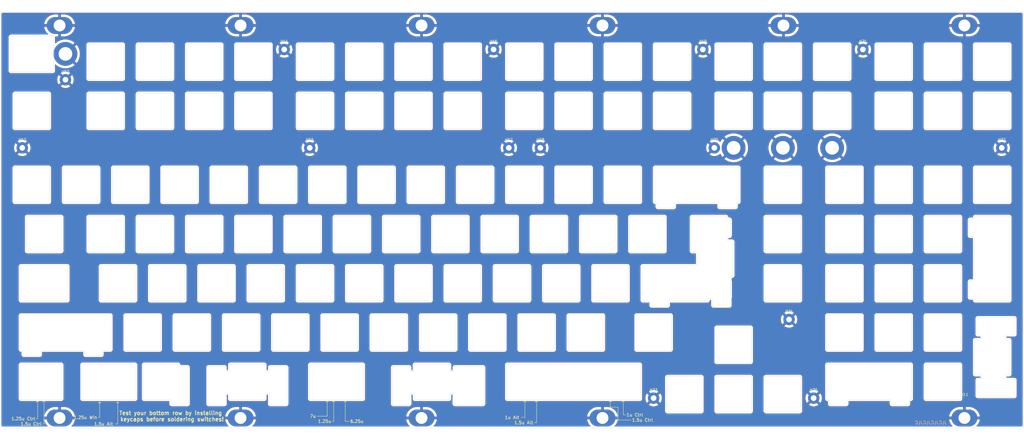
<source format=kicad_pcb>
(kicad_pcb (version 20201220) (generator pcbnew)
  (layers (0 "F.Cu" signal) (31 "B.Cu" signal) (34 "B.Paste" user) (35 "F.Paste" user) (36 "B.SilkS" user "B.Silkscreen") (37 "F.SilkS" user "F.Silkscreen") (38 "B.Mask" user) (39 "F.Mask" user) (44 "Edge.Cuts" user))
  (net 0 "")
  (net 1 "Mounting-hole")
  (footprint "acheronHardware:PEM-KF2-M3-ET_(solder-in)" (layer "F.Cu") (at 93 157.2)
    (fp_text reference "H8")
    (fp_text value "MountingHole_Pad")
    (pad "1" thru_hole oval (at 0 0) (size 10 6.5) (drill 4.6) (layers *.Cu "B.Mask") (net 1 "Mounting-hole"))
  )
  (footprint "acheronHardware:PEM-KF2-M3-ET_(solder-in)" (layer "F.Cu") (at 373 5.375)
    (fp_text reference "H6")
    (fp_text value "MountingHole_Pad")
    (pad "1" thru_hole oval (at 0 0) (size 10 6.5) (drill 4.6) (layers *.Cu "B.Mask") (net 1 "Mounting-hole"))
  )
  (footprint "MountingHole:MountingHole_2.2mm_M2_Pad" (layer "F.Cu") (at 276.2623 52.7125)
    (fp_text reference "H20" (at 0 -3.2) (layer "F.SilkS"))
    (fp_text value "MountingHole_Pad")
    (pad "1" thru_hole circle (at 0 0) (size 4.4 4.4) (drill 2.2) (layers *.Cu *.Mask) (net 1 "Mounting-hole"))
  )
  (footprint "acheronHardware:PEM-KF2-M3-ET_(solder-in)" (layer "F.Cu") (at 373 157.2)
    (fp_text reference "H11" (at 0 -9 unlocked) (layer "F.SilkS"))
    (fp_text value "MountingHole_Pad")
    (pad "1" thru_hole oval (at 0 0) (size 10 6.5) (drill 4.6) (layers *.Cu "B.Mask") (net 1 "Mounting-hole"))
  )
  (footprint "acheronHardware:PEM-KF2-M3-ET_(solder-in)" (layer "F.Cu") (at 233 157.2)
    (fp_text reference "H10")
    (fp_text value "MountingHole_Pad")
    (pad "1" thru_hole oval (at 0 0) (size 10 6.5) (drill 4.6) (layers *.Cu "B.Mask") (net 1 "Mounting-hole"))
  )
  (footprint "MountingHole:MountingHole_5.3mm_M5_DIN965_Pad" (layer "F.Cu") (at 283.7255 52.7125)
    (fp_text reference "H26")
    (fp_text value "MountingHole_Pad")
    (pad "1" thru_hole circle (at 0 0) (size 9.2 9.2) (drill 5.3) (layers *.Cu *.Mask) (net 1 "Mounting-hole"))
  )
  (footprint "MountingHole:MountingHole_5.3mm_M5_DIN965_Pad" (layer "F.Cu") (at 321.8255 52.7125)
    (fp_text reference "H28")
    (fp_text value "MountingHole_Pad")
    (pad "1" thru_hole circle (at 0 0) (size 9.2 9.2) (drill 5.3) (layers *.Cu *.Mask) (net 1 "Mounting-hole"))
  )
  (footprint "MountingHole:MountingHole_2.2mm_M2_Pad" (layer "F.Cu") (at 109.89425 14.675)
    (fp_text reference "H14" (at 0 -3.2) (layer "F.SilkS"))
    (fp_text value "MountingHole_Pad")
    (pad "1" thru_hole circle (at 0 0) (size 4.4 4.4) (drill 2.2) (layers *.Cu *.Mask) (net 1 "Mounting-hole"))
  )
  (footprint "acheronHardware:PEM-KF2-M3-ET_(solder-in)" (layer "F.Cu") (at 233 5.375)
    (fp_text reference "H4")
    (fp_text value "MountingHole_Pad")
    (pad "1" thru_hole oval (at 0 0) (size 10 6.5) (drill 4.6) (layers *.Cu "B.Mask") (net 1 "Mounting-hole"))
  )
  (footprint "acheronHardware:PEM-KF2-M3-ET_(solder-in)" (layer "F.Cu") (at 23 5.375)
    (fp_text reference "H1")
    (fp_text value "MountingHole_Pad")
    (pad "1" thru_hole oval (at 0 0) (size 10 6.5) (drill 4.6) (layers *.Cu "B.Mask") (net 1 "Mounting-hole"))
  )
  (footprint "MountingHole:MountingHole_2.2mm_M2_Pad" (layer "F.Cu") (at 333.73175 14.675)
    (fp_text reference "H21" (at 0 -3.2) (layer "F.SilkS"))
    (fp_text value "MountingHole_Pad")
    (pad "1" thru_hole circle (at 0 0) (size 4.4 4.4) (drill 2.2) (layers *.Cu *.Mask) (net 1 "Mounting-hole"))
  )
  (footprint "MountingHole:MountingHole_2.2mm_M2_Pad" (layer "F.Cu") (at 305.157 119.1)
    (fp_text reference "H24" (at 0 -3.2) (layer "F.SilkS"))
    (fp_text value "MountingHole_Pad")
    (pad "1" thru_hole circle (at 0 0) (size 4.4 4.4) (drill 2.2) (layers *.Cu *.Mask) (net 1 "Mounting-hole"))
  )
  (footprint "MountingHole:MountingHole_2.2mm_M2_Pad" (layer "F.Cu") (at 190.85675 14.675)
    (fp_text reference "H16" (at 0 -3.2) (layer "F.SilkS"))
    (fp_text value "MountingHole_Pad")
    (pad "1" thru_hole circle (at 0 0) (size 4.4 4.4) (drill 2.2) (layers *.Cu *.Mask) (net 1 "Mounting-hole"))
  )
  (footprint "acheronHardware:PEM-KF2-M3-ET_(solder-in)" (layer "F.Cu") (at 23 157.2)
    (fp_text reference "H7")
    (fp_text value "MountingHole_Pad")
    (pad "1" thru_hole oval (at 0 0) (size 10 6.5) (drill 4.6) (layers *.Cu "B.Mask") (net 1 "Mounting-hole"))
  )
  (footprint "MountingHole:MountingHole_2.2mm_M2_Pad" (layer "F.Cu") (at 208.963 52.7125)
    (fp_text reference "H18" (at 0 -3.2) (layer "F.SilkS"))
    (fp_text value "MountingHole_Pad")
    (pad "1" thru_hole circle (at 0 0) (size 4.4 4.4) (drill 2.2) (layers *.Cu *.Mask) (net 1 "Mounting-hole"))
  )
  (footprint "MountingHole:MountingHole_2.2mm_M2_Pad" (layer "F.Cu") (at 119.763 52.7125)
    (fp_text reference "H15" (at 0 -3.2) (layer "F.SilkS"))
    (fp_text value "MountingHole_Pad")
    (pad "1" thru_hole circle (at 0 0) (size 4.4 4.4) (drill 2.2) (layers *.Cu *.Mask) (net 1 "Mounting-hole"))
  )
  (footprint "acheronHardware:PEM-KF2-M3-ET_(solder-in)" (layer "F.Cu") (at 163 5.375)
    (fp_text reference "H3")
    (fp_text value "MountingHole_Pad")
    (pad "1" thru_hole oval (at 0 0) (size 10 6.5) (drill 4.6) (layers *.Cu "B.Mask") (net 1 "Mounting-hole"))
  )
  (footprint "MountingHole:MountingHole_2.2mm_M2_Pad" (layer "F.Cu") (at 25.263 26.375)
    (fp_text reference "H13" (at 0 -3.2) (layer "F.SilkS"))
    (fp_text value "MountingHole_Pad")
    (pad "1" thru_hole circle (at 0 0) (size 4.4 4.4) (drill 2.2) (layers *.Cu *.Mask) (net 1 "Mounting-hole"))
  )
  (footprint "MountingHole:MountingHole_2.2mm_M2_Pad" (layer "F.Cu") (at 196.7623 52.7125)
    (fp_text reference "H17" (at 0 -3.2) (layer "F.SilkS"))
    (fp_text value "MountingHole_Pad")
    (pad "1" thru_hole circle (at 0 0) (size 4.4 4.4) (drill 2.2) (layers *.Cu *.Mask) (net 1 "Mounting-hole"))
  )
  (footprint "MountingHole:MountingHole_5.3mm_M5_DIN965_Pad" (layer "F.Cu") (at 25.263 16.375)
    (fp_text reference "H29")
    (fp_text value "MountingHole_Pad")
    (pad "1" thru_hole circle (at 0 0) (size 9.2 9.2) (drill 5.3) (layers *.Cu *.Mask) (net 1 "Mounting-hole"))
  )
  (footprint "MountingHole:MountingHole_2.2mm_M2_Pad" (layer "F.Cu") (at 314.68175 149.531112)
    (fp_text reference "H25" (at 0 -3.2) (layer "F.SilkS"))
    (fp_text value "MountingHole_Pad")
    (pad "1" thru_hole circle (at 0 0) (size 4.4 4.4) (drill 2.2) (layers *.Cu *.Mask) (net 1 "Mounting-hole"))
  )
  (footprint "MountingHole:MountingHole_2.2mm_M2_Pad" (layer "F.Cu") (at 271.81925 14.675)
    (fp_text reference "H19" (at 0 -3.2) (layer "F.SilkS"))
    (fp_text value "MountingHole_Pad")
    (pad "1" thru_hole circle (at 0 0) (size 4.4 4.4) (drill 2.2) (layers *.Cu *.Mask) (net 1 "Mounting-hole"))
  )
  (footprint "MountingHole:MountingHole_5.3mm_M5_DIN965_Pad" (layer "F.Cu") (at 302.7755 52.7125)
    (fp_text reference "H27")
    (fp_text value "MountingHole_Pad")
    (pad "1" thru_hole circle (at 0 0) (size 9.2 9.2) (drill 5.3) (layers *.Cu *.Mask) (net 1 "Mounting-hole"))
  )
  (footprint "acheronHardware:PEM-KF2-M3-ET_(solder-in)" (layer "F.Cu") (at 93 5.375)
    (fp_text reference "H2")
    (fp_text value "MountingHole_Pad")
    (pad "1" thru_hole oval (at 0 0) (size 10 6.5) (drill 4.6) (layers *.Cu "B.Mask") (net 1 "Mounting-hole"))
  )
  (footprint "MountingHole:MountingHole_2.2mm_M2_Pad" (layer "F.Cu") (at 8.563 52.7125)
    (fp_text reference "H12" (at 0 -3.2) (layer "F.SilkS"))
    (fp_text value "MountingHole_Pad")
    (pad "1" thru_hole circle (at 0 0) (size 4.4 4.4) (drill 2.2) (layers *.Cu *.Mask) (net 1 "Mounting-hole"))
  )
  (footprint "MountingHole:MountingHole_2.2mm_M2_Pad" (layer "F.Cu") (at 252.76925 149.531112)
    (fp_text reference "H23" (at 0 -3.2) (layer "F.SilkS"))
    (fp_text value "MountingHole_Pad")
    (pad "1" thru_hole circle (at 0 0) (size 4.4 4.4) (drill 2.2) (layers *.Cu *.Mask) (net 1 "Mounting-hole"))
  )
  (footprint "MountingHole:MountingHole_2.2mm_M2_Pad" (layer "F.Cu") (at 387.437 52.7125)
    (fp_text reference "H22" (at 0 -3.2) (layer "F.SilkS"))
    (fp_text value "MountingHole_Pad")
    (pad "1" thru_hole circle (at 0 0) (size 4.4 4.4) (drill 2.2) (layers *.Cu *.Mask) (net 1 "Mounting-hole"))
  )
  (footprint "acheronHardware:PEM-KF2-M3-ET_(solder-in)" (layer "F.Cu") (at 303 5.375)
    (fp_text reference "H5")
    (fp_text value "MountingHole_Pad")
    (pad "1" thru_hole oval (at 0 0) (size 10 6.5) (drill 4.6) (layers *.Cu "B.Mask") (net 1 "Mounting-hole"))
  )
  (footprint "acheronHardware:PEM-KF2-M3-ET_(solder-in)" (layer "F.Cu") (at 163 157.2)
    (fp_text reference "H9")
    (fp_text value "MountingHole_Pad")
    (pad "1" thru_hole oval (at 0 0) (size 10 6.5) (drill 4.6) (layers *.Cu "B.Mask") (net 1 "Mounting-hole"))
  )
  (gr_line (start 14 151) (end 14.5 150.5) (layer "F.SilkS") (width 0.15))
  (gr_line (start 202.5 151) (end 203 150.5) (layer "F.SilkS") (width 0.15))
  (gr_line (start 133.5 150.5) (end 133 151) (layer "F.SilkS") (width 0.15))
  (gr_line (start 236 150.5) (end 236 153) (layer "F.SilkS") (width 0.15))
  (gr_line (start 203 157) (end 201.5 157) (layer "F.SilkS") (width 0.15))
  (gr_line (start 14.5 157.5) (end 14.5 150.5) (layer "F.SilkS") (width 0.15))
  (gr_line (start 207.5 150.5) (end 207.5 159) (layer "F.SilkS") (width 0.15))
  (gr_line (start 126.5 150.5) (end 126.5 156.5) (layer "F.SilkS") (width 0.15))
  (gr_line (start 17 150.5) (end 16.5 151) (layer "F.SilkS") (width 0.15))
  (gr_line (start 129 150.5) (end 128.5 151) (layer "F.SilkS") (width 0.15))
  (gr_line (start 14.5 150.5) (end 14 151) (layer "F.SilkS") (width 0.15))
  (gr_line (start 45.5 151) (end 46 151.5) (layer "F.SilkS") (width 0.15))
  (gr_line (start 38.5 151) (end 39 151.5) (layer "F.SilkS") (width 0.15))
  (gr_line (start 207 151) (end 207.5 150.5) (layer "F.SilkS") (width 0.15))
  (gr_line (start 241 150.5) (end 241.5 151) (layer "F.SilkS") (width 0.15))
  (gr_line (start 241 150.5) (end 241 156) (layer "F.SilkS") (width 0.15))
  (gr_line (start 45.5 151) (end 45 151.5) (layer "F.SilkS") (width 0.15))
  (gr_line (start 207.5 150.5) (end 208 151) (layer "F.SilkS") (width 0.15))
  (gr_line (start 236 150.5) (end 236.5 151) (layer "F.SilkS") (width 0.15))
  (gr_line (start 241 156) (end 242 156) (layer "F.SilkS") (width 0.15))
  (gr_line (start 236 153) (end 239 153) (layer "F.SilkS") (width 0.15))
  (gr_line (start 126.5 150.5) (end 126 151) (layer "F.SilkS") (width 0.15))
  (gr_line (start 129 150.5) (end 129 158.5) (layer "F.SilkS") (width 0.15))
  (gr_line (start 126.5 156.5) (end 122.5 156.5) (layer "F.SilkS") (width 0.15))
  (gr_line (start 239 153) (end 239 158) (layer "F.SilkS") (width 0.15))
  (gr_line (start 128.5 151) (end 129 150.5) (layer "F.SilkS") (width 0.15))
  (gr_line (start 133.5 150.5) (end 133.5 158.5) (layer "F.SilkS") (width 0.15))
  (gr_line (start 17 159.5) (end 17 150.5) (layer "F.SilkS") (width 0.15))
  (gr_line (start 126 151) (end 126.5 150.5) (layer "F.SilkS") (width 0.15))
  (gr_line (start 207.5 150.5) (end 207 151) (layer "F.SilkS") (width 0.15))
  (gr_line (start 16.5 151) (end 17 150.5) (layer "F.SilkS") (width 0.15))
  (gr_line (start 45.5 151) (end 45.5 159.5) (layer "F.SilkS") (width 0.15))
  (gr_line (start 240.5 151) (end 241 150.5) (layer "F.SilkS") (width 0.15))
  (gr_line (start 133.5 158.5) (end 135 158.5) (layer "F.SilkS") (width 0.15))
  (gr_line (start 239 158) (end 244 158) (layer "F.SilkS") (width 0.15))
  (gr_line (start 129 158.5) (end 128.5 158.5) (layer "F.SilkS") (width 0.15))
  (gr_line (start 207.5 159) (end 206.5 159) (layer "F.SilkS") (width 0.15))
  (gr_line (start 14.5 151) (end 14.5 150.5) (layer "F.SilkS") (width 0.15))
  (gr_line (start 241 150.5) (end 240.5 151) (layer "F.SilkS") (width 0.15))
  (gr_line (start 17 150.5) (end 17.5 151) (layer "F.SilkS") (width 0.15))
  (gr_line (start 236 150.5) (end 235.5 151) (layer "F.SilkS") (width 0.15))
  (gr_line (start 236.5 151) (end 236 150.5) (layer "F.SilkS") (width 0.15))
  (gr_line (start 38.5 157) (end 38.5 151) (layer "F.SilkS") (width 0.15))
  (gr_line (start 17 159.5) (end 16.5 159.5) (layer "F.SilkS") (width 0.15))
  (gr_line (start 38.5 151) (end 38 151.5) (layer "F.SilkS") (width 0.15))
  (gr_line (start 14.5 150.5) (end 15 151) (layer "F.SilkS") (width 0.15))
  (gr_line (start 129 150.5) (end 129.5 151) (layer "F.SilkS") (width 0.15))
  (gr_line (start 38.5 157) (end 38 157) (layer "F.SilkS") (width 0.15))
  (gr_line (start 203 150.5) (end 203 157) (layer "F.SilkS") (width 0.15))
  (gr_line (start 203 150.5) (end 202.5 151) (layer "F.SilkS") (width 0.15))
  (gr_line (start 203 150.5) (end 203.5 151) (layer "F.SilkS") (width 0.15))
  (gr_line (start 38 151.5) (end 38.5 151) (layer "F.SilkS") (width 0.15))
  (gr_line (start 14.5 157.5) (end 14 157.5) (layer "F.SilkS") (width 0.15))
  (gr_line (start 133.5 150.5) (end 134 151) (layer "F.SilkS") (width 0.15))
  (gr_line (start 45.5 159.5) (end 44.5 159.5) (layer "F.SilkS") (width 0.15))
  (gr_line (start 127 151) (end 126.5 150.5) (layer "F.SilkS") (width 0.15))
  (gr_arc (start 209.263 44.925) (end 209.263 45.425) (angle -90) (layer "Edge.Cuts") (width 0.1))
  (gr_arc (start 377.238 12.875) (end 377.238 12.375) (angle -90) (layer "Edge.Cuts") (width 0.1))
  (gr_arc (start 180.688 92.55) (end 180.688 93.05) (angle -90) (layer "Edge.Cuts") (width 0.1))
  (gr_arc (start 143.8755 117.65) (end 143.8755 117.15) (angle -90) (layer "Edge.Cuts") (width 0.1))
  (gr_line (start 128.3005 26.375) (end 115.3005 26.375) (layer "Edge.Cuts") (width 0.1))
  (gr_arc (start 115.3005 44.925) (end 114.8005 44.925) (angle -90) (layer "Edge.Cuts") (width 0.1))
  (gr_line (start 134.3505 12.375) (end 147.3505 12.375) (layer "Edge.Cuts") (width 0.1))
  (gr_line (start 269.58175 93.35) (end 269.58175 97.8) (layer "Edge.Cuts") (width 0.1))
  (gr_arc (start 333.088 79.55) (end 333.588 79.55) (angle -90) (layer "Edge.Cuts") (width 0.1))
  (gr_line (start 200.5255 130.65) (end 200.5255 117.65) (layer "Edge.Cuts") (width 0.1))
  (gr_line (start 104.488 93.05) (end 91.488 93.05) (layer "Edge.Cuts") (width 0.1))
  (gr_line (start 115.3005 45.425) (end 128.3005 45.425) (layer "Edge.Cuts") (width 0.1))
  (gr_line (start 66.888 92.55) (end 66.888 79.55) (layer "Edge.Cuts") (width 0.1))
  (gr_arc (start 371.188 111.6) (end 371.188 112.1) (angle -90) (layer "Edge.Cuts") (width 0.1))
  (gr_line (start 377.738 118.737) (end 377.738 124.737) (layer "Edge.Cuts") (width 0.1))
  (gr_arc (start 358.188 60.5) (end 358.188 60) (angle -90) (layer "Edge.Cuts") (width 0.1))
  (gr_line (start 233.863 44.925) (end 233.863 31.925) (layer "Edge.Cuts") (width 0.1))
  (gr_arc (start 160.544251 149.7) (end 160.044251 149.7) (angle -90) (layer "Edge.Cuts") (width 0.1))
  (gr_arc (start 158.163 73.5) (end 157.663 73.5) (angle -90) (layer "Edge.Cuts") (width 0.1))
  (gr_arc (start 377.238 44.925) (end 376.738 44.925) (angle -90) (layer "Edge.Cuts") (width 0.1))
  (gr_arc (start 309.2755 31.925) (end 309.7755 31.925) (angle -90) (layer "Edge.Cuts") (width 0.1))
  (gr_arc (start 123.538 79.55) (end 124.038 79.55) (angle -90) (layer "Edge.Cuts") (width 0.1))
  (gr_arc (start 258.1755 154.4625) (end 257.6755 154.4625) (angle -90) (layer "Edge.Cuts") (width 0.1))
  (gr_line (start 282.08175 80.137) (end 281.5005 80.137) (layer "Edge.Cuts") (width 0.1))
  (gr_line (start 160.044251 147.9) (end 160.044251 149.7) (layer "Edge.Cuts") (width 0.1))
  (gr_line (start 377.238 140.675) (end 379.238 140.675) (layer "Edge.Cuts") (width 0.1))
  (gr_arc (start 31.95675 136.7) (end 31.95675 136.2) (angle -90) (layer "Edge.Cuts") (width 0.1))
  (gr_line (start 174.044251 149.7) (end 174.044251 147.9) (layer "Edge.Cuts") (width 0.1))
  (gr_arc (start 282.081749 110.513) (end 282.49475 110.794836) (angle -34.3100027) (layer "Edge.Cuts") (width 0.1))
  (gr_line (start 358.188 150.2) (end 371.188 150.2) (layer "Edge.Cuts") (width 0.1))
  (gr_line (start 195.763 136.7) (end 195.763 149.7) (layer "Edge.Cuts") (width 0.1))
  (gr_line (start 243.1005 98.6) (end 243.1005 111.6) (layer "Edge.Cuts") (width 0.1))
  (gr_arc (start 55.76925 149.7) (end 55.26925 149.7) (angle -90) (layer "Edge.Cuts") (width 0.1))
  (gr_line (start 261 74) (end 261 75.5) (layer "Edge.Cuts") (width 0.1))
  (gr_arc (start 91.488 31.925) (end 91.488 31.425) (angle -90) (layer "Edge.Cuts") (width 0.1))
  (gr_line (start 320.088 79.05) (end 333.088 79.05) (layer "Edge.Cuts") (width 0.1))
  (gr_line (start 103.844751 139.2) (end 102.806751 139.2) (layer "Edge.Cuts") (width 0.1))
  (gr_arc (start 37.813 73.5) (end 37.813 74) (angle -90) (layer "Edge.Cuts") (width 0.1))
  (gr_arc (start 118.775499 130.65) (end 118.7755 131.15) (angle -90) (layer "Edge.Cuts") (width 0.1))
  (gr_arc (start 37.813 60.5) (end 38.313 60.5) (angle -90) (layer "Edge.Cuts") (width 0.1))
  (gr_arc (start 296.2755 111.6) (end 295.7755 111.6) (angle -90) (layer "Edge.Cuts") (width 0.1))
  (gr_line (start 247.863 60.5) (end 247.863 73.5) (layer "Edge.Cuts") (width 0.1))
  (gr_arc (start 153.4005 44.925) (end 152.9005 44.925) (angle -90) (layer "Edge.Cuts") (width 0.1))
  (gr_line (start 375.238 111.013) (end 376.438 111.013) (layer "Edge.Cuts") (width 0.1))
  (gr_line (start 395 161) (end 1 161) (layer "Edge.Cuts") (width 0.1))
  (gr_line (start 104.988 31.925) (end 104.988 44.925) (layer "Edge.Cuts") (width 0.1))
  (gr_arc (start 181.9755 117.65) (end 181.9755 117.15) (angle -90) (layer "Edge.Cuts") (width 0.1))
  (gr_arc (start 52.1005 98.6) (end 52.6005 98.6) (angle -90) (layer "Edge.Cuts") (width 0.1))
  (gr_arc (start 246.26925 117.65) (end 246.26925 117.15) (angle -90) (layer "Edge.Cuts") (width 0.1))
  (gr_line (start 233.0755 117.15) (end 220.0755 117.15) (layer "Edge.Cuts") (width 0.1))
  (gr_line (start 104.544751 152.2) (end 110.544751 152.2) (layer "Edge.Cuts") (width 0.1))
  (gr_arc (start 277.2255 135.412501) (end 276.7255 135.412501) (angle -90) (layer "Edge.Cuts") (width 0.1))
  (gr_arc (start 72.438 44.925) (end 71.938 44.925) (angle -90) (layer "Edge.Cuts") (width 0.1))
  (gr_arc (start 377.238 79.55) (end 377.238 79.05) (angle -90) (layer "Edge.Cuts") (width 0.1))
  (gr_line (start 104.488 12.375) (end 91.488 12.375) (layer "Edge.Cuts") (width 0.1))
  (gr_arc (start 5.763 60.5) (end 5.763 60) (angle -90) (layer "Edge.Cuts") (width 0.1))
  (gr_arc (start 115.3005 98.6) (end 115.3005 98.1) (angle -90) (layer "Edge.Cuts") (width 0.1))
  (gr_arc (start 277.2255 12.875) (end 277.2255 12.375) (angle -90) (layer "Edge.Cuts") (width 0.1))
  (gr_line (start 102.806751 147.7) (end 103.844751 147.7) (layer "Edge.Cuts") (width 0.1))
  (gr_line (start 85.438 12.375) (end 72.438 12.375) (layer "Edge.Cuts") (width 0.1))
  (gr_line (start 252.11875 114.1) (end 258.118749 114.1) (layer "Edge.Cuts") (width 0.1))
  (gr_line (start 281.2005 88.275) (end 281.2005 87.437) (layer "Edge.Cuts") (width 0.1))
  (gr_line (start 119.563 136.7) (end 119.563 149.7) (layer "Edge.Cuts") (width 0.1))
  (gr_line (start 174.044251 139) (end 174.044251 136.7) (layer "Edge.Cuts") (width 0.1))
  (gr_arc (start 395 1) (end 396 1) (angle -90) (layer "Edge.Cuts") (width 0.1))
  (gr_line (start 8.14425 131.15) (end 8.43125 131.15) (layer "Edge.Cuts") (width 0.1))
  (gr_line (start 338.638 111.6) (end 338.638 98.6) (layer "Edge.Cuts") (width 0.1))
  (gr_arc (start 185.4505 44.925) (end 185.4505 45.425) (angle -90) (layer "Edge.Cuts") (width 0.1))
  (gr_line (start 333.588 130.65) (end 333.588 117.65) (layer "Edge.Cuts") (width 0.1))
  (gr_arc (start 266.413 44.925) (end 266.413 45.425) (angle -90) (layer "Edge.Cuts") (width 0.1))
  (gr_arc (start 371.188 31.925) (end 371.688 31.925) (angle -90) (layer "Edge.Cuts") (width 0.1))
  (gr_arc (start 134.3505 98.6) (end 134.3505 98.1) (angle -90) (layer "Edge.Cuts") (width 0.1))
  (gr_line (start 47.338 79.05) (end 34.338 79.05) (layer "Edge.Cuts") (width 0.1))
  (gr_line (start 110.544751 137.2) (end 104.544751 137.2) (layer "Edge.Cuts") (width 0.1))
  (gr_line (start 352.638 60.5) (end 352.638 73.5) (layer "Edge.Cuts") (width 0.1))
  (gr_line (start 152.613 73.5) (end 152.613 60.5) (layer "Edge.Cuts") (width 0.1))
  (gr_line (start 124.038 92.55) (end 124.038 79.55) (layer "Edge.Cuts") (width 0.1))
  (gr_line (start 351.551 150.5) (end 351.551 151.7) (layer "Edge.Cuts") (width 0.1))
  (gr_line (start 379.738 141.175) (end 379.738 141.613) (layer "Edge.Cuts") (width 0.1))
  (gr_line (start 33.838 12.875) (end 33.838 25.875) (layer "Edge.Cuts") (width 0.1))
  (gr_arc (start 376.438 87.437) (end 376.738 87.437) (angle -90) (layer "Edge.Cuts") (width 0.1))
  (gr_line (start 10.525501 79.05) (end 23.5255 79.05) (layer "Edge.Cuts") (width 0.1))
  (gr_arc (start 220.0755 117.65) (end 220.0755 117.15) (angle -90) (layer "Edge.Cuts") (width 0.1))
  (gr_line (start 148.638 93.05) (end 161.638 93.05) (layer "Edge.Cuts") (width 0.1))
  (gr_line (start 371.688 130.65) (end 371.688 117.65) (layer "Edge.Cuts") (width 0.1))
  (gr_line (start 271.6755 154.4625) (end 271.6755 141.4625) (layer "Edge.Cuts") (width 0.1))
  (gr_arc (start 159.844251 139) (end 159.844251 139.2) (angle -90) (layer "Edge.Cuts") (width 0.1))
  (gr_line (start 243.388 79.55) (end 243.388 92.55) (layer "Edge.Cuts") (width 0.1))
  (gr_arc (start 234.363 73.5) (end 233.863 73.5) (angle -90) (layer "Edge.Cuts") (width 0.1))
  (gr_arc (start 379.238 141.175) (end 379.738 141.175) (angle -90) (layer "Edge.Cuts") (width 0.1))
  (gr_line (start 390.738 31.925) (end 390.738 44.925) (layer "Edge.Cuts") (width 0.1))
  (gr_arc (start 377.238 127.175) (end 377.238 126.675) (angle -90) (layer "Edge.Cuts") (width 0.1))
  (gr_line (start 185.4505 12.375) (end 172.4505 12.375) (layer "Edge.Cuts") (width 0.1))
  (gr_line (start 357.688 136.7) (end 357.688 149.7) (layer "Edge.Cuts") (width 0.1))
  (gr_arc (start 333.088 117.65) (end 333.588 117.65) (angle -90) (layer "Edge.Cuts") (width 0.1))
  (gr_line (start 276.7255 154.4625) (end 276.7255 141.4625) (layer "Edge.Cuts") (width 0.1))
  (gr_arc (start 85.438 31.925) (end 85.938 31.925) (angle -90) (layer "Edge.Cuts") (width 0.1))
  (gr_line (start 67.1755 130.65) (end 67.1755 117.65) (layer "Edge.Cuts") (width 0.1))
  (gr_line (start 234.363 12.375) (end 247.363 12.375) (layer "Edge.Cuts") (width 0.1))
  (gr_arc (start 148.638 79.55) (end 148.638 79.05) (angle -90) (layer "Edge.Cuts") (width 0.1))
  (gr_arc (start 80.6755 117.65) (end 81.1755 117.65) (angle -90) (layer "Edge.Cuts") (width 0.1))
  (gr_arc (start 1 1) (end 1 0) (angle -90) (layer "Edge.Cuts") (width 0.1))
  (gr_line (start 47.838 92.55) (end 47.838 79.55) (layer "Edge.Cuts") (width 0.1))
  (gr_arc (start 31.95675 149.7) (end 31.45675 149.7) (angle -90) (layer "Edge.Cuts") (width 0.1))
  (gr_line (start 284.876 74) (end 284.876 75.5) (layer "Edge.Cuts") (width 0.1))
  (gr_line (start 185.4505 98.1) (end 172.4505 98.1) (layer "Edge.Cuts") (width 0.1))
  (gr_arc (start 204.5005 98.6) (end 205.0005 98.6) (angle -90) (layer "Edge.Cuts") (width 0.1))
  (gr_line (start 374.738 104.513) (end 374.738 110.513) (layer "Edge.Cuts") (width 0.1))
  (gr_arc (start 185.4505 25.875) (end 185.4505 26.375) (angle -90) (layer "Edge.Cuts") (width 0.1))
  (gr_line (start 120.063 150.2) (end 140.20675 150.2) (layer "Edge.Cuts") (width 0.1))
  (gr_arc (start 377.238 73.5) (end 376.738 73.5) (angle -90) (layer "Edge.Cuts") (width 0.1))
  (gr_arc (start 75.913 60.5) (end 76.413 60.5) (angle -90) (layer "Edge.Cuts") (width 0.1))
  (gr_arc (start 320.088 117.65) (end 320.088 117.15) (angle -90) (layer "Edge.Cuts") (width 0.1))
  (gr_arc (start 161.638 79.55) (end 162.138 79.55) (angle -90) (layer "Edge.Cuts") (width 0.1))
  (gr_line (start 87.206751 139) (end 87.206751 137.7) (layer "Edge.Cuts") (width 0.1))
  (gr_line (start 296.2755 93.05) (end 309.2755 93.05) (layer "Edge.Cuts") (width 0.1))
  (gr_line (start 34.338 93.05) (end 47.338 93.05) (layer "Edge.Cuts") (width 0.1))
  (gr_line (start 81.463 73.5) (end 81.463 60.5) (layer "Edge.Cuts") (width 0.1))
  (gr_arc (start 352.138 92.55) (end 352.138 93.05) (angle -90) (layer "Edge.Cuts") (width 0.1))
  (gr_arc (start 34.338 25.875) (end 33.838 25.875) (angle -90) (layer "Edge.Cuts") (width 0.1))
  (gr_arc (start 390.238 127.175) (end 390.738 127.175) (angle -90) (layer "Edge.Cuts") (width 0.1))
  (gr_line (start 166.9005 98.6) (end 166.9005 111.6) (layer "Edge.Cuts") (width 0.1))
  (gr_arc (start 285.463 60.5) (end 285.963 60.5) (angle -90) (layer "Edge.Cuts") (width 0.1))
  (gr_arc (start 390.238 12.875) (end 390.738 12.875) (angle -90) (layer "Edge.Cuts") (width 0.1))
  (gr_line (start 396 1) (end 396 160) (layer "Edge.Cuts") (width 0.1))
  (gr_arc (start 177.213 73.5) (end 176.713 73.5) (angle -90) (layer "Edge.Cuts") (width 0.1))
  (gr_arc (start 290.2255 44.925) (end 290.2255 45.425) (angle -90) (layer "Edge.Cuts") (width 0.1))
  (gr_arc (start 309.2755 79.55) (end 309.7755 79.55) (angle -90) (layer "Edge.Cuts") (width 0.1))
  (gr_arc (start 123.538 92.55) (end 123.538 93.05) (angle -90) (layer "Edge.Cuts") (width 0.1))
  (gr_line (start 148.138 79.55) (end 148.138 92.55) (layer "Edge.Cuts") (width 0.1))
  (gr_line (start 72.438 31.425) (end 85.438 31.425) (layer "Edge.Cuts") (width 0.1))
  (gr_arc (start 258.91875 112.4) (end 258.91875 112.1) (angle -90) (layer "Edge.Cuts") (width 0.1))
  (gr_arc (start 285.463 73.5) (end 285.463 74) (angle -90) (layer "Edge.Cuts") (width 0.1))
  (gr_line (start 296.2755 140.9625) (end 309.2755 140.9625) (layer "Edge.Cuts") (width 0.1))
  (gr_arc (start 105.7755 117.65) (end 105.7755 117.15) (angle -90) (layer "Edge.Cuts") (width 0.1))
  (gr_arc (start 66.388 92.55) (end 66.388 93.05) (angle -90) (layer "Edge.Cuts") (width 0.1))
  (gr_arc (start 56.863 60.5) (end 57.363 60.5) (angle -90) (layer "Edge.Cuts") (width 0.1))
  (gr_line (start 390.238 26.375) (end 377.238 26.375) (layer "Edge.Cuts") (width 0.1))
  (gr_arc (start 358.188 12.875) (end 358.188 12.375) (angle -90) (layer "Edge.Cuts") (width 0.1))
  (gr_line (start 220.0755 131.15) (end 233.0755 131.15) (layer "Edge.Cuts") (width 0.1))
  (gr_line (start 339.138 12.375) (end 352.138 12.375) (layer "Edge.Cuts") (width 0.1))
  (gr_arc (start 53.388 25.875) (end 52.888 25.875) (angle -90) (layer "Edge.Cuts") (width 0.1))
  (gr_line (start 253.413 12.375) (end 266.413 12.375) (layer "Edge.Cuts") (width 0.1))
  (gr_line (start 352.638 98.6) (end 352.638 111.6) (layer "Edge.Cuts") (width 0.1))
  (gr_arc (start 256.888 92.55) (end 256.888 93.05) (angle -90) (layer "Edge.Cuts") (width 0.1))
  (gr_line (start 57.6505 98.6) (end 57.6505 111.6) (layer "Edge.Cuts") (width 0.1))
  (gr_line (start 224.0505 98.6) (end 224.0505 111.6) (layer "Edge.Cuts") (width 0.1))
  (gr_arc (start 81.963 60.5) (end 81.963 60) (angle -90) (layer "Edge.Cuts") (width 0.1))
  (gr_arc (start 378.238 124.737) (end 377.738 124.737) (angle -90) (layer "Edge.Cuts") (width 0.1))
  (gr_arc (start 9.23125 132.65) (end 8.73125 132.65) (angle -90) (layer "Edge.Cuts") (width 0.1))
  (gr_arc (start 94.963 73.5) (end 94.963 74) (angle -90) (layer "Edge.Cuts") (width 0.1))
  (gr_line (start 333.088 74) (end 320.088 74) (layer "Edge.Cuts") (width 0.1))
  (gr_line (start 34.338 26.375) (end 47.338 26.375) (layer "Edge.Cuts") (width 0.1))
  (gr_line (start 259.26925 117.15) (end 246.26925 117.15) (layer "Edge.Cuts") (width 0.1))
  (gr_arc (start 120.063 60.5) (end 120.063 60) (angle -90) (layer "Edge.Cuts") (width 0.1))
  (gr_arc (start 215.313 25.875) (end 214.813 25.875) (angle -90) (layer "Edge.Cuts") (width 0.1))
  (gr_arc (start 271.1755 154.4625) (end 271.1755 154.9625) (angle -90) (layer "Edge.Cuts") (width 0.1))
  (gr_arc (start 320.088 98.6) (end 320.088 98.1) (angle -90) (layer "Edge.Cuts") (width 0.1))
  (gr_arc (start 186.706751 151.7) (end 186.706751 152.2) (angle -90) (layer "Edge.Cuts") (width 0.1))
  (gr_line (start 195.4755 117.65) (end 195.4755 130.65) (layer "Edge.Cuts") (width 0.1))
  (gr_arc (start 166.4005 111.6) (end 166.4005 112.1) (angle -90) (layer "Edge.Cuts") (width 0.1))
  (gr_arc (start 166.4005 12.875) (end 166.9005 12.875) (angle -90) (layer "Edge.Cuts") (width 0.1))
  (gr_arc (start 327.175 151.7) (end 327.175 152.2) (angle -90) (layer "Edge.Cuts") (width 0.1))
  (gr_arc (start 224.838 92.55) (end 224.338 92.55) (angle -90) (layer "Edge.Cuts") (width 0.1))
  (gr_line (start 25.90675 98.1) (end 8.144251 98.1) (layer "Edge.Cuts") (width 0.1))
  (gr_line (start 85.938 31.925) (end 85.938 44.925) (layer "Edge.Cuts") (width 0.1))
  (gr_arc (start 101.013 60.5) (end 101.013 60) (angle -90) (layer "Edge.Cuts") (width 0.1))
  (gr_line (start 377.238 112.1) (end 390.238 112.1) (layer "Edge.Cuts") (width 0.1))
  (gr_line (start 309.2755 79.05) (end 296.2755 79.05) (layer "Edge.Cuts") (width 0.1))
  (gr_arc (start 139.113 73.5) (end 138.613 73.5) (angle -90) (layer "Edge.Cuts") (width 0.1))
  (gr_line (start 133.8505 44.925) (end 133.8505 31.925) (layer "Edge.Cuts") (width 0.1))
  (gr_line (start 91.488 26.375) (end 104.488 26.375) (layer "Edge.Cuts") (width 0.1))
  (gr_arc (start 296.2755 92.55) (end 295.7755 92.55) (angle -90) (layer "Edge.Cuts") (width 0.1))
  (gr_line (start 379.238 142.113) (end 378.238 142.113) (layer "Edge.Cuts") (width 0.1))
  (gr_line (start 114.8005 25.875) (end 114.8005 12.875) (layer "Edge.Cuts") (width 0.1))
  (gr_arc (start 290.2255 154.4625) (end 290.2255 154.9625) (angle -90) (layer "Edge.Cuts") (width 0.1))
  (gr_arc (start 267.700499 79.55) (end 267.700499 79.05) (angle -90) (layer "Edge.Cuts") (width 0.1))
  (gr_arc (start 377.238 140.175) (end 376.738 140.175) (angle -90) (layer "Edge.Cuts") (width 0.1))
  (gr_line (start 72.913 151.7) (end 72.913 137.7) (layer "Edge.Cuts") (width 0.1))
  (gr_line (start 52.100501 136.2) (end 31.95675 136.2) (layer "Edge.Cuts") (width 0.1))
  (gr_line (start 71.938 92.55) (end 71.938 79.55) (layer "Edge.Cuts") (width 0.1))
  (gr_line (start 205.788 79.05) (end 218.788 79.05) (layer "Edge.Cuts") (width 0.1))
  (gr_line (start 390.238 79.05) (end 377.238 79.05) (layer "Edge.Cuts") (width 0.1))
  (gr_arc (start 358.188 44.925) (end 357.688 44.925) (angle -90) (layer "Edge.Cuts") (width 0.1))
  (gr_line (start 18.763 31.425) (end 5.763 31.425) (layer "Edge.Cuts") (width 0.1))
  (gr_line (start 124.8255 131.15) (end 137.8255 131.15) (layer "Edge.Cuts") (width 0.1))
  (gr_line (start 114.8005 31.925) (end 114.8005 44.925) (layer "Edge.Cuts") (width 0.1))
  (gr_arc (start 352.138 73.5) (end 352.138 74) (angle -90) (layer "Edge.Cuts") (width 0.1))
  (gr_arc (start 234.363 44.925) (end 233.863 44.925) (angle -90) (layer "Edge.Cuts") (width 0.1))
  (gr_arc (start 104.544751 151.7) (end 104.044751 151.7) (angle -90) (layer "Edge.Cuts") (width 0.1))
  (gr_line (start 378.238 149.113) (end 392.238 149.113) (layer "Edge.Cuts") (width 0.1))
  (gr_line (start 389.238 125.237) (end 392.238 125.237) (layer "Edge.Cuts") (width 0.1))
  (gr_arc (start 327.975 150.5) (end 327.975 150.2) (angle -90) (layer "Edge.Cuts") (width 0.1))
  (gr_arc (start 339.138 25.875) (end 338.638 25.875) (angle -90) (layer "Edge.Cuts") (width 0.1))
  (gr_line (start 260.5 76) (end 254.5 76) (layer "Edge.Cuts") (width 0.1))
  (gr_line (start 105.2755 130.65) (end 105.2755 117.65) (layer "Edge.Cuts") (width 0.1))
  (gr_line (start 258.1755 154.9625) (end 271.1755 154.9625) (layer "Edge.Cuts") (width 0.1))
  (gr_line (start 352.638 130.65) (end 352.638 117.65) (layer "Edge.Cuts") (width 0.1))
  (gr_arc (start 137.8255 117.65) (end 138.3255 117.65) (angle -90) (layer "Edge.Cuts") (width 0.1))
  (gr_arc (start 23.525501 149.7) (end 23.525501 150.2) (angle -90) (layer "Edge.Cuts") (width 0.1))
  (gr_line (start 124.3255 117.65) (end 124.3255 130.65) (layer "Edge.Cuts") (width 0.1))
  (gr_line (start 274.05675 111.6) (end 274.05675 111.313) (layer "Edge.Cuts") (width 0.1))
  (gr_arc (start 129.588 79.55) (end 129.588 79.05) (angle -90) (layer "Edge.Cuts") (width 0.1))
  (gr_arc (start 172.4505 98.6) (end 172.4505 98.1) (angle -90) (layer "Edge.Cuts") (width 0.1))
  (gr_arc (start 175.282251 147.9) (end 175.482251 147.9) (angle -90) (layer "Edge.Cuts") (width 0.1))
  (gr_line (start 276.7255 25.875) (end 276.7255 12.875) (layer "Edge.Cuts") (width 0.1))
  (gr_arc (start 328.3255 12.874998) (end 328.8255 12.875) (angle -90) (layer "Edge.Cuts") (width 0.1))
  (gr_arc (start 34.338 44.925) (end 33.838 44.925) (angle -90) (layer "Edge.Cuts") (width 0.1))
  (gr_line (start 283.58175 102.075) (end 283.58175 89.075) (layer "Edge.Cuts") (width 0.1))
  (gr_arc (start 42.5755 117.65) (end 43.0755 117.65) (angle -90) (layer "Edge.Cuts") (width 0.1))
  (gr_line (start 390.238 45.425) (end 377.238 45.425) (layer "Edge.Cuts") (width 0.1))
  (gr_line (start 95.750499 111.6) (end 95.750499 98.6) (layer "Edge.Cuts") (width 0.1))
  (gr_line (start 76.7005 111.6) (end 76.700499 98.6) (layer "Edge.Cuts") (width 0.1))
  (gr_line (start 309.7755 111.6) (end 309.7755 98.6) (layer "Edge.Cuts") (width 0.1))
  (gr_arc (start 390.238 111.6) (end 390.238 112.1) (angle -90) (layer "Edge.Cuts") (width 0.1))
  (gr_line (start 219.288 79.55) (end 219.288 92.55) (layer "Edge.Cuts") (width 0.1))
  (gr_line (start 309.7755 12.875) (end 309.7755 25.875) (layer "Edge.Cuts") (width 0.1))
  (gr_arc (start 53.388 31.925) (end 53.388 31.425) (angle -90) (layer "Edge.Cuts") (width 0.1))
  (gr_line (start 69.26925 137) (end 69.26925 136.7) (layer "Edge.Cuts") (width 0.1))
  (gr_line (start 138.613 60.5) (end 138.613 73.5) (layer "Edge.Cuts") (width 0.1))
  (gr_arc (start 281.5005 87.437) (end 281.5005 87.137) (angle -90) (layer "Edge.Cuts") (width 0.1))
  (gr_arc (start 275.194749 111.313) (end 275.49475 111.313) (angle -90) (layer "Edge.Cuts") (width 0.1))
  (gr_line (start 191.0005 98.6) (end 191.0005 111.6) (layer "Edge.Cuts") (width 0.1))
  (gr_arc (start 8.14425 117.65) (end 8.14425 117.15) (angle -90) (layer "Edge.Cuts") (width 0.1))
  (gr_line (start 85.938 25.875) (end 85.938 12.875) (layer "Edge.Cuts") (width 0.1))
  (gr_arc (start 103.844751 139) (end 103.844751 139.2) (angle -90) (layer "Edge.Cuts") (width 0.1))
  (gr_line (start 314.8255 25.875) (end 314.8255 12.875) (layer "Edge.Cuts") (width 0.1))
  (gr_arc (start 251.31875 112.4) (end 251.61875 112.4) (angle -90) (layer "Edge.Cuts") (width 0.1))
  (gr_line (start 5.763 60) (end 18.763 60) (layer "Edge.Cuts") (width 0.1))
  (gr_arc (start 339.138 111.6) (end 338.638 111.6) (angle -90) (layer "Edge.Cuts") (width 0.1))
  (gr_line (start 10.0255 92.55) (end 10.025501 79.55) (layer "Edge.Cuts") (width 0.1))
  (gr_arc (start 275.99475 113.6) (end 275.49475 113.6) (angle -90) (layer "Edge.Cuts") (width 0.1))
  (gr_line (start 128.8005 12.875) (end 128.8005 25.875) (layer "Edge.Cuts") (width 0.1))
  (gr_arc (start 376.438 111.313) (end 376.738 111.313) (angle -90) (layer "Edge.Cuts") (width 0.1))
  (gr_line (start 247.863 31.925) (end 247.863 44.925) (layer "Edge.Cuts") (width 0.1))
  (gr_arc (start 20.263 22.875) (end 20.263 23.375) (angle -90) (layer "Edge.Cuts") (width 0.1))
  (gr_line (start 139.113 74) (end 152.113 74) (layer "Edge.Cuts") (width 0.1))
  (gr_arc (start 390.238 31.925) (end 390.738 31.925) (angle -90) (layer "Edge.Cuts") (width 0.1))
  (gr_arc (start 153.4005 25.875) (end 152.9005 25.875) (angle -90) (layer "Edge.Cuts") (width 0.1))
  (gr_line (start 119.563 60.5) (end 119.563 73.5) (layer "Edge.Cuts") (width 0.1))
  (gr_arc (start 86.7255 130.65) (end 86.225499 130.65) (angle -90) (layer "Edge.Cuts") (width 0.1))
  (gr_line (start 86.7255 131.15) (end 99.7255 131.15) (layer "Edge.Cuts") (width 0.1))
  (gr_arc (start 352.138 149.7) (end 352.138 150.2) (angle -90) (layer "Edge.Cuts") (width 0.1))
  (gr_line (start 31.45675 136.7) (end 31.45675 149.7) (layer "Edge.Cuts") (width 0.1))
  (gr_arc (start 209.263 31.925) (end 209.763 31.925) (angle -90) (layer "Edge.Cuts") (width 0.1))
  (gr_line (start 52.1005 112.1) (end 39.1005 112.1) (layer "Edge.Cuts") (width 0.1))
  (gr_arc (start 358.188 79.55) (end 358.188 79.05) (angle -90) (layer "Edge.Cuts") (width 0.1))
  (gr_line (start 147.3505 26.375) (end 134.3505 26.375) (layer "Edge.Cuts") (width 0.1))
  (gr_arc (start 4.263 9.875) (end 4.263 9.375) (angle -90) (layer "Edge.Cuts") (width 0.1))
  (gr_line (start 215.313 31.425) (end 228.313 31.425) (layer "Edge.Cuts") (width 0.1))
  (gr_arc (start 378.238 118.737) (end 378.238 118.237) (angle -90) (layer "Edge.Cuts") (width 0.1))
  (gr_arc (start 196.263 44.925) (end 195.763 44.925) (angle -90) (layer "Edge.Cuts") (width 0.1))
  (gr_arc (start 134.3505 44.925) (end 133.8505 44.925) (angle -90) (layer "Edge.Cuts") (width 0.1))
  (gr_arc (start 274.35675 111.313) (end 274.35675 111.013) (angle -90) (layer "Edge.Cuts") (width 0.1))
  (gr_arc (start 156.8755 117.65) (end 157.3755 117.65) (angle -90) (layer "Edge.Cuts") (width 0.1))
  (gr_arc (start 333.088 60.5) (end 333.588 60.5) (angle -90) (layer "Edge.Cuts") (width 0.1))
  (gr_arc (start 259.26925 130.65) (end 259.26925 131.15) (angle -90) (layer "Edge.Cuts") (width 0.1))
  (gr_arc (start 39.10725 132.65) (end 39.10725 133.15) (angle -90) (layer "Edge.Cuts") (width 0.1))
  (gr_line (start 352.138 112.1) (end 339.138 112.1) (layer "Edge.Cuts") (width 0.1))
  (gr_line (start 47.338 12.375) (end 34.338 12.375) (layer "Edge.Cuts") (width 0.1))
  (gr_line (start 338.638 44.925) (end 338.638 31.925) (layer "Edge.Cuts") (width 0.1))
  (gr_line (start 392.738 124.737) (end 392.738 118.737) (layer "Edge.Cuts") (width 0.1))
  (gr_line (start 85.438 45.425) (end 72.438 45.425) (layer "Edge.Cuts") (width 0.1))
  (gr_arc (start 247.363 73.5) (end 247.363 74) (angle -90) (layer "Edge.Cuts") (width 0.1))
  (gr_arc (start 223.5505 111.6) (end 223.5505 112.1) (angle -90) (layer "Edge.Cuts") (width 0.1))
  (gr_line (start 371.688 111.6) (end 371.688 98.6) (layer "Edge.Cuts") (width 0.1))
  (gr_line (start 376.738 127.175) (end 376.738 140.175) (layer "Edge.Cuts") (width 0.1))
  (gr_arc (start 333.088 92.55) (end 333.088 93.05) (angle -90) (layer "Edge.Cuts") (width 0.1))
  (gr_arc (start 20.263 9.875) (end 20.763 9.875) (angle -90) (layer "Edge.Cuts") (width 0.1))
  (gr_arc (start 99.7255 117.65) (end 100.2255 117.65) (angle -90) (layer "Edge.Cuts") (width 0.1))
  (gr_line (start 110.038 79.55) (end 110.038 92.55) (layer "Edge.Cuts") (width 0.1))
  (gr_arc (start 153.4005 31.925) (end 153.4005 31.425) (angle -90) (layer "Edge.Cuts") (width 0.1))
  (gr_line (start 88.406751 139.2) (end 87.406751 139.2) (layer "Edge.Cuts") (width 0.1))
  (gr_line (start 266.913 12.875) (end 266.913 25.875) (layer "Edge.Cuts") (width 0.1))
  (gr_arc (start 171.163 73.5) (end 171.163 74) (angle -90) (layer "Edge.Cuts") (width 0.1))
  (gr_arc (start 185.4505 12.875) (end 185.9505 12.875) (angle -90) (layer "Edge.Cuts") (width 0.1))
  (gr_arc (start 153.4005 111.6) (end 152.9005 111.6) (angle -90) (layer "Edge.Cuts") (width 0.1))
  (gr_line (start 33.10725 133.15) (end 39.10725 133.15) (layer "Edge.Cuts") (width 0.1))
  (gr_line (start 143.3755 117.65) (end 143.3755 130.65) (layer "Edge.Cuts") (width 0.1))
  (gr_arc (start 296.2755 31.925) (end 296.2755 31.425) (angle -90) (layer "Edge.Cuts") (width 0.1))
  (gr_arc (start 80.706751 137.7) (end 80.706751 137.2) (angle -90) (layer "Edge.Cuts") (width 0.1))
  (gr_arc (start 209.263 73.5) (end 209.263 74) (angle -90) (layer "Edge.Cuts") (width 0.1))
  (gr_line (start 205.0005 111.6) (end 205.0005 98.6) (layer "Edge.Cuts") (width 0.1))
  (gr_line (start 339.138 131.15) (end 352.138 131.15) (layer "Edge.Cuts") (width 0.1))
  (gr_arc (start 181.9755 130.65) (end 181.4755 130.65) (angle -90) (layer "Edge.Cuts") (width 0.1))
  (gr_line (start 118.7755 131.15) (end 105.7755 131.15) (layer "Edge.Cuts") (width 0.1))
  (gr_arc (start 205.788 92.55) (end 205.288 92.55) (angle -90) (layer "Edge.Cuts") (width 0.1))
  (gr_line (start 153.4005 12.375) (end 166.4005 12.375) (layer "Edge.Cuts") (width 0.1))
  (gr_arc (start 256.888 79.55) (end 257.388 79.55) (angle -90) (layer "Edge.Cuts") (width 0.1))
  (gr_arc (start 352.138 136.7) (end 352.638 136.7) (angle -90) (layer "Edge.Cuts") (width 0.1))
  (gr_arc (start 80.706751 151.7) (end 80.206751 151.7) (angle -90) (layer "Edge.Cuts") (width 0.1))
  (gr_line (start 52.6005 98.6) (end 52.6005 111.6) (layer "Edge.Cuts") (width 0.1))
  (gr_arc (start 333.088 111.6) (end 333.088 112.1) (angle -90) (layer "Edge.Cuts") (width 0.1))
  (gr_line (start 285.963 60.5) (end 285.963 73.5) (layer "Edge.Cuts") (width 0.1))
  (gr_arc (start 379.238 126.175) (end 379.238 126.675) (angle -90) (layer "Edge.Cuts") (width 0.1))
  (gr_arc (start 175.982251 151.7) (end 175.482251 151.7) (angle -90) (layer "Edge.Cuts") (width 0.1))
  (gr_line (start 256.888 79.05) (end 243.888 79.05) (layer "Edge.Cuts") (width 0.1))
  (gr_line (start 320.375 150.2) (end 320.088 150.2) (layer "Edge.Cuts") (width 0.1))
  (gr_arc (start 47.338 12.875) (end 47.838 12.875) (angle -90) (layer "Edge.Cuts") (width 0.1))
  (gr_arc (start 153.4005 12.875) (end 153.4005 12.375) (angle -90) (layer "Edge.Cuts") (width 0.1))
  (gr_line (start 392.238 118.237) (end 378.238 118.237) (layer "Edge.Cuts") (width 0.1))
  (gr_arc (start 234.363 25.875) (end 233.863 25.875) (angle -90) (layer "Edge.Cuts") (width 0.1))
  (gr_arc (start 147.3505 44.925) (end 147.3505 45.425) (angle -90) (layer "Edge.Cuts") (width 0.1))
  (gr_arc (start 223.5505 98.6) (end 224.0505 98.6) (angle -90) (layer "Edge.Cuts") (width 0.1))
  (gr_arc (start 72.438 12.875) (end 72.438 12.375) (angle -90) (layer "Edge.Cuts") (width 0.1))
  (gr_line (start 48.6255 131.15) (end 61.6255 131.15) (layer "Edge.Cuts") (width 0.1))
  (gr_line (start 390.738 140.175) (end 390.738 127.175) (layer "Edge.Cuts") (width 0.1))
  (gr_arc (start 228.313 31.925) (end 228.813 31.925) (angle -90) (layer "Edge.Cuts") (width 0.1))
  (gr_arc (start 172.4505 111.6) (end 171.9505 111.6) (angle -90) (layer "Edge.Cuts") (width 0.1))
  (gr_line (start 209.263 26.375) (end 196.263 26.375) (layer "Edge.Cuts") (width 0.1))
  (gr_arc (start 358.188 92.55) (end 357.688 92.55) (angle -90) (layer "Edge.Cuts") (width 0.1))
  (gr_arc (start 191.5005 98.6) (end 191.5005 98.1) (angle -90) (layer "Edge.Cuts") (width 0.1))
  (gr_arc (start 281.5005 79.837) (end 281.2005 79.837) (angle -90) (layer "Edge.Cuts") (width 0.1))
  (gr_arc (start 86.7255 117.65) (end 86.7255 117.15) (angle -90) (layer "Edge.Cuts") (width 0.1))
  (gr_arc (start 90.2005 111.6) (end 90.2005 112.1) (angle -90) (layer "Edge.Cuts") (width 0.1))
  (gr_arc (start 371.188 136.7) (end 371.688 136.7) (angle -90) (layer "Edge.Cuts") (width 0.1))
  (gr_line (start 23.525501 136.2) (end 21.14425 136.2) (layer "Edge.Cuts") (width 0.1))
  (gr_line (start 371.688 149.7) (end 371.688 136.7) (layer "Edge.Cuts") (width 0.1))
  (gr_line (start 85.438 93.05) (end 72.438 93.05) (layer "Edge.Cuts") (width 0.1))
  (gr_line (start 378.238 125.237) (end 379.238 125.237) (layer "Edge.Cuts") (width 0.1))
  (gr_arc (start 32.30725 131.45) (end 32.60725 131.45) (angle -90) (layer "Edge.Cuts") (width 0.1))
  (gr_arc (start 309.2755 111.6) (end 309.2755 112.1) (angle -90) (layer "Edge.Cuts") (width 0.1))
  (gr_line (start 66.413 152.2) (end 72.413 152.2) (layer "Edge.Cuts") (width 0.1))
  (gr_arc (start 371.188 149.7) (end 371.188 150.2) (angle -90) (layer "Edge.Cuts") (width 0.1))
  (gr_line (start 140.70675 149.7) (end 140.70675 136.7) (layer "Edge.Cuts") (width 0.1))
  (gr_arc (start 273.55675 111.6) (end 273.55675 112.1) (angle -90) (layer "Edge.Cuts") (width 0.1))
  (gr_arc (start 371.188 92.55) (end 371.188 93.05) (angle -90) (layer "Edge.Cuts") (width 0.1))
  (gr_arc (start 103.844751 147.9) (end 104.044751 147.9) (angle -90) (layer "Edge.Cuts") (width 0.1))
  (gr_arc (start 228.313 73.5) (end 228.313 74) (angle -90) (layer "Edge.Cuts") (width 0.1))
  (gr_line (start 129.588 79.05) (end 142.588 79.05) (layer "Edge.Cuts") (width 0.1))
  (gr_arc (start 91.488 25.875) (end 90.988 25.875) (angle -90) (layer "Edge.Cuts") (width 0.1))
  (gr_arc (start 104.488 31.925) (end 104.988 31.925) (angle -90) (layer "Edge.Cuts") (width 0.1))
  (gr_line (start 295.7755 154.4625) (end 295.7755 141.4625) (layer "Edge.Cuts") (width 0.1))
  (gr_line (start 333.088 93.05) (end 320.088 93.05) (layer "Edge.Cuts") (width 0.1))
  (gr_arc (start 352.138 12.875) (end 352.638 12.875) (angle -90) (layer "Edge.Cuts") (width 0.1))
  (gr_arc (start 315.3255 25.875) (end 314.8255 25.875) (angle -90) (layer "Edge.Cuts") (width 0.1))
  (gr_line (start 284.376 76) (end 278.376 76) (layer "Edge.Cuts") (width 0.1))
  (gr_line (start 379.738 125.737) (end 379.738 126.175) (layer "Edge.Cuts") (width 0.1))
  (gr_arc (start 162.9255 117.65) (end 162.9255 117.15) (angle -90) (layer "Edge.Cuts") (width 0.1))
  (gr_line (start 4.263 9.375) (end 20.263 9.375) (layer "Edge.Cuts") (width 0.1))
  (gr_arc (start 172.4505 25.875) (end 171.9505 25.875) (angle -90) (layer "Edge.Cuts") (width 0.1))
  (gr_line (start 157.663 60.5) (end 157.663 73.5) (layer "Edge.Cuts") (width 0.1))
  (gr_line (start 66.388 79.05) (end 53.388 79.05) (layer "Edge.Cuts") (width 0.1))
  (gr_line (start 90.988 92.55) (end 90.988 79.55) (layer "Edge.Cuts") (width 0.1))
  (gr_line (start 166.9005 12.875) (end 166.9005 25.875) (layer "Edge.Cuts") (width 0.1))
  (gr_arc (start 86.706751 151.7) (end 86.706751 152.2) (angle -90) (layer "Edge.Cuts") (width 0.1))
  (gr_line (start 62.1255 130.65) (end 62.1255 117.65) (layer "Edge.Cuts") (width 0.1))
  (gr_line (start 158.806251 147.7) (end 159.844251 147.7) (layer "Edge.Cuts") (width 0.1))
  (gr_line (start 8.144251 112.1) (end 25.90675 112.1) (layer "Edge.Cuts") (width 0.1))
  (gr_line (start 175.9255 117.15) (end 162.9255 117.15) (layer "Edge.Cuts") (width 0.1))
  (gr_arc (start 102.806751 147.9) (end 102.806751 147.7) (angle -90) (layer "Edge.Cuts") (width 0.1))
  (gr_line (start 358.188 93.05) (end 371.188 93.05) (layer "Edge.Cuts") (width 0.1))
  (gr_line (start 66.888 25.875) (end 66.888 12.875) (layer "Edge.Cuts") (width 0.1))
  (gr_arc (start 253.413 44.925) (end 252.913 44.925) (angle -90) (layer "Edge.Cuts") (width 0.1))
  (gr_line (start 247.863 149.7) (end 247.863 136.7) (layer "Edge.Cuts") (width 0.1))
  (gr_arc (start 237.838 79.55) (end 238.338 79.55) (angle -90) (layer "Edge.Cuts") (width 0.1))
  (gr_arc (start 72.438 25.875) (end 71.938 25.875) (angle -90) (layer "Edge.Cuts") (width 0.1))
  (gr_line (start 171.9505 98.6) (end 171.9505 111.6) (layer "Edge.Cuts") (width 0.1))
  (gr_line (start 80.6755 131.15) (end 67.6755 131.15) (layer "Edge.Cuts") (width 0.1))
  (gr_arc (start 267.700499 92.55) (end 267.200499 92.55) (angle -90) (layer "Edge.Cuts") (width 0.1))
  (gr_line (start 175.482251 147.9) (end 175.482251 151.7) (layer "Edge.Cuts") (width 0.1))
  (gr_arc (start 158.106251 151.7) (end 158.106251 152.2) (angle -90) (layer "Edge.Cuts") (width 0.1))
  (gr_line (start 161.638 79.05) (end 148.638 79.05) (layer "Edge.Cuts") (width 0.1))
  (gr_arc (start 186.738 92.55) (end 186.238 92.55) (angle -90) (layer "Edge.Cuts") (width 0.1))
  (gr_line (start 24.813 74) (end 37.813 74) (layer "Edge.Cuts") (width 0.1))
  (gr_line (start 94.963 74) (end 81.963 74) (layer "Edge.Cuts") (width 0.1))
  (gr_arc (start 5.763 31.925) (end 5.763 31.425) (angle -90) (layer "Edge.Cuts") (width 0.1))
  (gr_line (start 210.5505 98.1) (end 223.5505 98.1) (layer "Edge.Cuts") (width 0.1))
  (gr_arc (start 320.088 79.55) (end 320.088 79.05) (angle -90) (layer "Edge.Cuts") (width 0.1))
  (gr_line (start 186.738 79.05) (end 199.738 79.05) (layer "Edge.Cuts") (width 0.1))
  (gr_arc (start 24.813 60.5) (end 24.813 60) (angle -90) (layer "Edge.Cuts") (width 0.1))
  (gr_arc (start 339.138 92.55) (end 338.638 92.55) (angle -90) (layer "Edge.Cuts") (width 0.1))
  (gr_arc (start 140.20675 136.7) (end 140.70675 136.7) (angle -90) (layer "Edge.Cuts") (width 0.1))
  (gr_line (start 296.2755 12.375) (end 309.2755 12.375) (layer "Edge.Cuts") (width 0.1))
  (gr_line (start 376.738 87.437) (end 376.738 103.713) (layer "Edge.Cuts") (width 0.1))
  (gr_arc (start 109.2505 98.6) (end 109.7505 98.6) (angle -90) (layer "Edge.Cuts") (width 0.1))
  (gr_arc (start 277.2255 141.4625) (end 277.2255 140.9625) (angle -90) (layer "Edge.Cuts") (width 0.1))
  (gr_line (start 133.063 60) (end 120.063 60) (layer "Edge.Cuts") (width 0.1))
  (gr_arc (start 196.263 31.925) (end 196.263 31.425) (angle -90) (layer "Edge.Cuts") (width 0.1))
  (gr_line (start 120.063 74) (end 133.063 74) (layer "Edge.Cuts") (width 0.1))
  (gr_arc (start 142.588 92.55) (end 142.588 93.05) (angle -90) (layer "Edge.Cuts") (width 0.1))
  (gr_line (start 247.863 12.875) (end 247.863 25.875) (layer "Edge.Cuts") (width 0.1))
  (gr_arc (start 339.138 73.5) (end 338.638 73.5) (angle -90) (layer "Edge.Cuts") (width 0.1))
  (gr_arc (start 247.363 44.925) (end 247.363 45.425) (angle -90) (layer "Edge.Cuts") (width 0.1))
  (gr_arc (start 269.28175 97.8) (end 269.28175 98.1) (angle -90) (layer "Edge.Cuts") (width 0.1))
  (gr_arc (start 167.688 79.55) (end 167.688 79.05) (angle -90) (layer "Edge.Cuts") (width 0.1))
  (gr_line (start 333.588 79.55) (end 333.588 92.55) (layer "Edge.Cuts") (width 0.1))
  (gr_arc (start 392.238 118.737) (end 392.738 118.737) (angle -90) (layer "Edge.Cuts") (width 0.1))
  (gr_line (start 309.7755 44.925) (end 309.7755 31.925) (layer "Edge.Cuts") (width 0.1))
  (gr_arc (start 91.488 79.55) (end 91.488 79.05) (angle -90) (layer "Edge.Cuts") (width 0.1))
  (gr_line (start 90.988 12.875) (end 90.988 25.875) (layer "Edge.Cuts") (width 0.1))
  (gr_arc (start 277.2255 44.925) (end 276.7255 44.925) (angle -90) (layer "Edge.Cuts") (width 0.1))
  (gr_line (start 247.363 136.2) (end 196.263 136.2) (layer "Edge.Cuts") (width 0.1))
  (gr_line (start 43.863 60) (end 56.863 60) (layer "Edge.Cuts") (width 0.1))
  (gr_line (start 371.188 136.2) (end 358.188 136.2) (layer "Edge.Cuts") (width 0.1))
  (gr_arc (start 371.188 44.925) (end 371.188 45.425) (angle -90) (layer "Edge.Cuts") (width 0.1))
  (gr_arc (start 233.0755 130.65) (end 233.0755 131.15) (angle -90) (layer "Edge.Cuts") (width 0.1))
  (gr_arc (start 85.438 92.55) (end 85.438 93.05) (angle -90) (layer "Edge.Cuts") (width 0.1))
  (gr_line (start 352.138 79.05) (end 339.138 79.05) (layer "Edge.Cuts") (width 0.1))
  (gr_line (start 209.263 60) (end 196.263 60) (layer "Edge.Cuts") (width 0.1))
  (gr_arc (start 91.488 44.925) (end 90.988 44.925) (angle -90) (layer "Edge.Cuts") (width 0.1))
  (gr_line (start 390.738 111.6) (end 390.738 79.55) (layer "Edge.Cuts") (width 0.1))
  (gr_line (start 91.488 31.425) (end 104.488 31.425) (layer "Edge.Cuts") (width 0.1))
  (gr_arc (start 152.106251 137.7) (end 152.106251 137.2) (angle -90) (layer "Edge.Cuts") (width 0.1))
  (gr_line (start 228.313 45.425) (end 215.313 45.425) (layer "Edge.Cuts") (width 0.1))
  (gr_line (start 86.706751 137.2) (end 80.706751 137.2) (layer "Edge.Cuts") (width 0.1))
  (gr_line (start 352.138 26.375) (end 339.138 26.375) (layer "Edge.Cuts") (width 0.1))
  (gr_line (start 147.8505 12.875) (end 147.8505 25.875) (layer "Edge.Cuts") (width 0.1))
  (gr_line (start 115.3005 12.375) (end 128.3005 12.375) (layer "Edge.Cuts") (width 0.1))
  (gr_line (start 371.188 98.1) (end 358.188 98.1) (layer "Edge.Cuts") (width 0.1))
  (gr_arc (start 66.388 79.55) (end 66.888 79.55) (angle -90) (layer "Edge.Cuts") (width 0.1))
  (gr_arc (start 185.4505 31.925) (end 185.9505 31.925) (angle -90) (layer "Edge.Cuts") (width 0.1))
  (gr_line (start 102.106751 136.2) (end 89.106751 136.2) (layer "Edge.Cuts") (width 0.1))
  (gr_arc (start 390.238 79.55) (end 390.738 79.55) (angle -90) (layer "Edge.Cuts") (width 0.1))
  (gr_line (start 72.438 26.375) (end 85.438 26.375) (layer "Edge.Cuts") (width 0.1))
  (gr_line (start 114.8005 98.6) (end 114.8005 111.6) (layer "Edge.Cuts") (width 0.1))
  (gr_arc (start 377.238 25.875) (end 376.738 25.875) (angle -90) (layer "Edge.Cuts") (width 0.1))
  (gr_arc (start 42.5755 130.65) (end 42.5755 131.15) (angle -90) (layer "Edge.Cuts") (width 0.1))
  (gr_arc (start 166.4005 98.6) (end 166.9005 98.6) (angle -90) (layer "Edge.Cuts") (width 0.1))
  (gr_line (start 5.263 73.5) (end 5.263 60.5) (layer "Edge.Cuts") (width 0.1))
  (gr_line (start 114.513 73.5) (end 114.513 60.5) (layer "Edge.Cuts") (width 0.1))
  (gr_arc (start 344.251 150.5) (end 344.551 150.5) (angle -90) (layer "Edge.Cuts") (width 0.1))
  (gr_line (start 16.03125 131.15) (end 32.30725 131.15) (layer "Edge.Cuts") (width 0.1))
  (gr_arc (start 104.488 12.875) (end 104.988 12.875) (angle -90) (layer "Edge.Cuts") (width 0.1))
  (gr_arc (start 339.138 31.925) (end 339.138 31.425) (angle -90) (layer "Edge.Cuts") (width 0.1))
  (gr_line (start 8.144251 150.2) (end 23.525501 150.2) (layer "Edge.Cuts") (width 0.1))
  (gr_arc (start 196.263 149.7) (end 195.763 149.7) (angle -90) (layer "Edge.Cuts") (width 0.1))
  (gr_line (start 223.5505 112.1) (end 210.5505 112.1) (layer "Edge.Cuts") (width 0.1))
  (gr_line (start 215.313 12.375) (end 228.313 12.375) (layer "Edge.Cuts") (width 0.1))
  (gr_arc (start 18.763 60.5) (end 19.263 60.5) (angle -90) (layer "Edge.Cuts") (width 0.1))
  (gr_line (start 271.1755 140.9625) (end 258.1755 140.9625) (layer "Edge.Cuts") (width 0.1))
  (gr_line (start 99.7255 117.15) (end 86.7255 117.15) (layer "Edge.Cuts") (width 0.1))
  (gr_line (start 328.8255 31.925) (end 328.8255 44.925) (layer "Edge.Cuts") (width 0.1))
  (gr_arc (start 171.163 60.5) (end 171.663 60.5) (angle -90) (layer "Edge.Cuts") (width 0.1))
  (gr_arc (start 320.088 149.7) (end 319.588 149.7) (angle -90) (layer "Edge.Cuts") (width 0.1))
  (gr_arc (start 290.2255 141.4625) (end 290.7255 141.4625) (angle -90) (layer "Edge.Cuts") (width 0.1))
  (gr_arc (start 377.238 111.6) (end 376.738 111.6) (angle -90) (layer "Edge.Cuts") (width 0.1))
  (gr_arc (start 15.23125 132.65) (end 15.23125 133.15) (angle -90) (layer "Edge.Cuts") (width 0.1))
  (gr_line (start 358.188 31.425) (end 371.188 31.425) (layer "Edge.Cuts") (width 0.1))
  (gr_line (start 176.713 73.5) (end 176.713 60.5) (layer "Edge.Cuts") (width 0.1))
  (gr_line (start 290.2255 26.375) (end 277.2255 26.375) (layer "Edge.Cuts") (width 0.1))
  (gr_line (start 237.838 93.05) (end 224.838 93.05) (layer "Edge.Cuts") (width 0.1))
  (gr_line (start 43.0755 130.65) (end 43.0755 117.65) (layer "Edge.Cuts") (width 0.1))
  (gr_arc (start 172.4505 44.925) (end 171.9505 44.925) (angle -90) (layer "Edge.Cuts") (width 0.1))
  (gr_arc (start 320.375 150.5) (end 320.675 150.5) (angle -90) (layer "Edge.Cuts") (width 0.1))
  (gr_arc (start 358.188 130.65) (end 357.688 130.65) (angle -90) (layer "Edge.Cuts") (width 0.1))
  (gr_arc (start 85.438 25.875) (end 85.438 26.375) (angle -90) (layer "Edge.Cuts") (width 0.1))
  (gr_line (start 258.91875 112.1) (end 273.55675 112.1) (layer "Edge.Cuts") (width 0.1))
  (gr_line (start 152.9005 25.875) (end 152.9005 12.875) (layer "Edge.Cuts") (width 0.1))
  (gr_line (start 327.675 150.5) (end 327.675 151.7) (layer "Edge.Cuts") (width 0.1))
  (gr_line (start 252.913 25.875) (end 252.913 12.875) (layer "Edge.Cuts") (width 0.1))
  (gr_arc (start 89.106751 149.7) (end 88.606751 149.7) (angle -90) (layer "Edge.Cuts") (width 0.1))
  (gr_arc (start 315.3255 31.925) (end 315.3255 31.425) (angle -90) (layer "Edge.Cuts") (width 0.1))
  (gr_line (start 333.088 117.15) (end 320.088 117.15) (layer "Edge.Cuts") (width 0.1))
  (gr_line (start 296.2755 45.425) (end 309.2755 45.425) (layer "Edge.Cuts") (width 0.1))
  (gr_arc (start 194.9755 117.65) (end 195.4755 117.65) (angle -90) (layer "Edge.Cuts") (width 0.1))
  (gr_line (start 228.813 73.5) (end 228.813 60.5) (layer "Edge.Cuts") (width 0.1))
  (gr_line (start 228.813 12.875) (end 228.813 25.875) (layer "Edge.Cuts") (width 0.1))
  (gr_arc (start 258.1755 141.4625) (end 258.1755 140.9625) (angle -90) (layer "Edge.Cuts") (width 0.1))
  (gr_line (start 266.413 26.375) (end 253.413 26.375) (layer "Edge.Cuts") (width 0.1))
  (gr_arc (start 252.11875 113.6) (end 251.61875 113.6) (angle -90) (layer "Edge.Cuts") (width 0.1))
  (gr_line (start 209.763 73.5) (end 209.763 60.5) (layer "Edge.Cuts") (width 0.1))
  (gr_arc (start 269.28175 93.35) (end 269.58175 93.35) (angle -90) (layer "Edge.Cuts") (width 0.1))
  (gr_line (start 133.563 73.5) (end 133.563 60.5) (layer "Edge.Cuts") (width 0.1))
  (gr_arc (start 258.118749 113.6) (end 258.118749 114.1) (angle -90) (layer "Edge.Cuts") (width 0.1))
  (gr_arc (start 10.525501 79.55) (end 10.525501 79.05) (angle -90) (layer "Edge.Cuts") (width 0.1))
  (gr_arc (start 371.188 25.875) (end 371.188 26.375) (angle -90) (layer "Edge.Cuts") (width 0.1))
  (gr_arc (start 247.363 136.7) (end 247.863 136.7) (angle -90) (layer "Edge.Cuts") (width 0.1))
  (gr_arc (start 39.1005 98.6) (end 39.1005 98.1) (angle -90) (layer "Edge.Cuts") (width 0.1))
  (gr_line (start 101.013 74) (end 114.013 74) (layer "Edge.Cuts") (width 0.1))
  (gr_arc (start 77.2005 111.6) (end 76.7005 111.6) (angle -90) (layer "Edge.Cuts") (width 0.1))
  (gr_line (start 171.9505 12.875) (end 171.9505 25.875) (layer "Edge.Cuts") (width 0.1))
  (gr_line (start 166.4005 45.425) (end 153.4005 45.425) (layer "Edge.Cuts") (width 0.1))
  (gr_arc (start 147.3505 25.875) (end 147.3505 26.375) (angle -90) (layer "Edge.Cuts") (width 0.1))
  (gr_line (start 320.088 60) (end 333.088 60) (layer "Edge.Cuts") (width 0.1))
  (gr_line (start 233.863 73.5) (end 233.863 60.5) (layer "Edge.Cuts") (width 0.1))
  (gr_arc (start 395 160) (end 395 161) (angle -90) (layer "Edge.Cuts") (width 0.1))
  (gr_arc (start 47.338 25.875) (end 47.338 26.375) (angle -90) (layer "Edge.Cuts") (width 0.1))
  (gr_arc (start 120.063 73.5) (end 119.563 73.5) (angle -90) (layer "Edge.Cuts") (width 0.1))
  (gr_line (start 33.838 44.925) (end 33.838 31.925) (layer "Edge.Cuts") (width 0.1))
  (gr_line (start 52.888 44.925) (end 52.888 31.925) (layer "Edge.Cuts") (width 0.1))
  (gr_arc (start 248.6505 111.6) (end 248.1505 111.6) (angle -90) (layer "Edge.Cuts") (width 0.1))
  (gr_line (start 253.413 45.425) (end 266.413 45.425) (layer "Edge.Cuts") (width 0.1))
  (gr_arc (start 75.913 73.5) (end 75.913 74) (angle -90) (layer "Edge.Cuts") (width 0.1))
  (gr_arc (start 280.7005 79.55) (end 281.2005 79.55) (angle -90) (layer "Edge.Cuts") (width 0.1))
  (gr_line (start 56.863 74) (end 43.863 74) (layer "Edge.Cuts") (width 0.1))
  (gr_line (start 371.188 117.15) (end 358.188 117.15) (layer "Edge.Cuts") (width 0.1))
  (gr_arc (start 296.2755 25.875) (end 295.7755 25.875) (angle -90) (layer "Edge.Cuts") (width 0.1))
  (gr_line (start 75.913 60) (end 62.913 60) (layer "Edge.Cuts") (width 0.1))
  (gr_line (start 129.088 92.55) (end 129.088 79.55) (layer "Edge.Cuts") (width 0.1))
  (gr_line (start 277.2255 45.425) (end 290.2255 45.425) (layer "Edge.Cuts") (width 0.1))
  (gr_arc (start 277.2255 25.875) (end 276.7255 25.875) (angle -90) (layer "Edge.Cuts") (width 0.1))
  (gr_arc (start 389.238 126.175) (end 388.738 126.175) (angle -90) (layer "Edge.Cuts") (width 0.1))
  (gr_line (start 53.388 31.425) (end 66.388 31.425) (layer "Edge.Cuts") (width 0.1))
  (gr_line (start 128.3005 98.1) (end 115.3005 98.1) (layer "Edge.Cuts") (width 0.1))
  (gr_arc (start 328.325499 25.875) (end 328.3255 26.375) (angle -90) (layer "Edge.Cuts") (width 0.1))
  (gr_arc (start 5.763 44.925) (end 5.263 44.925) (angle -90) (layer "Edge.Cuts") (width 0.1))
  (gr_arc (start 358.188 73.5) (end 357.688 73.5) (angle -90) (layer "Edge.Cuts") (width 0.1))
  (gr_arc (start 190.213 60.5) (end 190.713 60.5) (angle -90) (layer "Edge.Cuts") (width 0.1))
  (gr_arc (start 158.806251 139) (end 158.606251 139) (angle -90) (layer "Edge.Cuts") (width 0.1))
  (gr_line (start 267.700499 93.05) (end 269.28175 93.05) (layer "Edge.Cuts") (width 0.1))
  (gr_arc (start 278.376 75.5) (end 277.876 75.5) (angle -90) (layer "Edge.Cuts") (width 0.1))
  (gr_arc (start 277.2255 154.4625) (end 276.7255 154.4625) (angle -90) (layer "Edge.Cuts") (width 0.1))
  (gr_arc (start 8.43125 131.45) (end 8.73125 131.45) (angle -90) (layer "Edge.Cuts") (width 0.1))
  (gr_arc (start 102.106751 136.7) (end 102.606751 136.7) (angle -90) (layer "Edge.Cuts") (width 0.1))
  (gr_arc (start 320.088 136.7) (end 320.088 136.2) (angle -90) (layer "Edge.Cuts") (width 0.1))
  (gr_line (start 295.7755 98.6) (end 295.7755 111.6) (layer "Edge.Cuts") (width 0.1))
  (gr_arc (start 69.46925 137) (end 69.26925 137) (angle -90) (layer "Edge.Cuts") (width 0.1))
  (gr_arc (start 376.438 103.713) (end 376.438 104.013) (angle -90) (layer "Edge.Cuts") (width 0.1))
  (gr_arc (start 220.0755 130.65) (end 219.5755 130.65) (angle -90) (layer "Edge.Cuts") (width 0.1))
  (gr_arc (start 201.0255 130.65) (end 200.5255 130.65) (angle -90) (layer "Edge.Cuts") (width 0.1))
  (gr_arc (start 104.544751 137.7) (end 104.544751 137.2) (angle -90) (layer "Edge.Cuts") (width 0.1))
  (gr_arc (start 115.3005 12.875) (end 115.3005 12.375) (angle -90) (layer "Edge.Cuts") (width 0.1))
  (gr_line (start 90.2005 112.1) (end 77.2005 112.1) (layer "Edge.Cuts") (width 0.1))
  (gr_line (start 290.2255 121.912501) (end 277.2255 121.912501) (layer "Edge.Cuts") (width 0.1))
  (gr_arc (start 352.138 117.65) (end 352.638 117.65) (angle -90) (layer "Edge.Cuts") (width 0.1))
  (gr_arc (start 259.26925 117.65) (end 259.76925 117.65) (angle -90) (layer "Edge.Cuts") (width 0.1))
  (gr_line (start 152.9005 111.6) (end 152.9005 98.6) (layer "Edge.Cuts") (width 0.1))
  (gr_line (start 371.688 92.55) (end 371.688 79.55) (layer "Edge.Cuts") (width 0.1))
  (gr_arc (start 23.5255 92.55) (end 23.5255 93.05) (angle -90) (layer "Edge.Cuts") (width 0.1))
  (gr_line (start 171.163 60) (end 158.163 60) (layer "Edge.Cuts") (width 0.1))
  (gr_line (start 171.9505 44.925) (end 171.9505 31.925) (layer "Edge.Cuts") (width 0.1))
  (gr_arc (start 72.438 31.925) (end 72.438 31.425) (angle -90) (layer "Edge.Cuts") (width 0.1))
  (gr_arc (start 389.238 141.175) (end 389.238 140.675) (angle -90) (layer "Edge.Cuts") (width 0.1))
  (gr_line (start 162.9255 131.15) (end 175.9255 131.15) (layer "Edge.Cuts") (width 0.1))
  (gr_line (start 333.588 60.5) (end 333.588 73.5) (layer "Edge.Cuts") (width 0.1))
  (gr_line (start 339.138 31.425) (end 352.138 31.425) (layer "Edge.Cuts") (width 0.1))
  (gr_line (start 290.7255 141.4625) (end 290.7255 154.4625) (layer "Edge.Cuts") (width 0.1))
  (gr_line (start 209.263 31.425) (end 196.263 31.425) (layer "Edge.Cuts") (width 0.1))
  (gr_line (start 152.9005 44.925) (end 152.9005 31.925) (layer "Edge.Cuts") (width 0.1))
  (gr_arc (start 351.851 150.5) (end 351.851 150.2) (angle -90) (layer "Edge.Cuts") (width 0.1))
  (gr_arc (start 160.544251 136.7) (end 160.544251 136.2) (angle -90) (layer "Edge.Cuts") (width 0.1))
  (gr_line (start 133.8505 98.6) (end 133.8505 111.6) (layer "Edge.Cuts") (width 0.1))
  (gr_arc (start 66.388 44.925) (end 66.388 45.425) (angle -90) (layer "Edge.Cuts") (width 0.1))
  (gr_line (start 229.6005 98.1) (end 242.6005 98.1) (layer "Edge.Cuts") (width 0.1))
  (gr_line (start 110.538 93.05) (end 123.538 93.05) (layer "Edge.Cuts") (width 0.1))
  (gr_line (start 52.888 12.875) (end 52.888 25.875) (layer "Edge.Cuts") (width 0.1))
  (gr_line (start 374.738 80.637) (end 374.738 86.637) (layer "Edge.Cuts") (width 0.1))
  (gr_arc (start 218.788 92.55) (end 218.788 93.05) (angle -90) (layer "Edge.Cuts") (width 0.1))
  (gr_arc (start 65.713 150.4) (end 65.913 150.4) (angle -90) (layer "Edge.Cuts") (width 0.1))
  (gr_line (start 39.60725 132.65) (end 39.60725 131.45) (layer "Edge.Cuts") (width 0.1))
  (gr_arc (start 358.188 111.6) (end 357.688 111.6) (angle -90) (layer "Edge.Cuts") (width 0.1))
  (gr_line (start 157.3755 130.65) (end 157.3755 117.65) (layer "Edge.Cuts") (width 0.1))
  (gr_arc (start 52.1005 136.7) (end 52.600501 136.7) (angle -90) (layer "Edge.Cuts") (width 0.1))
  (gr_arc (start 47.338 92.55) (end 47.338 93.05) (angle -90) (layer "Edge.Cuts") (width 0.1))
  (gr_arc (start 320.088 73.5) (end 319.588 73.5) (angle -90) (layer "Edge.Cuts") (width 0.1))
  (gr_arc (start 52.100501 149.7) (end 52.100501 150.2) (angle -90) (layer "Edge.Cuts") (width 0.1))
  (gr_arc (start 371.188 79.55) (end 371.688 79.55) (angle -90) (layer "Edge.Cuts") (width 0.1))
  (gr_arc (start 174.244251 139) (end 174.044251 139) (angle -90) (layer "Edge.Cuts") (width 0.1))
  (gr_arc (start 147.3505 12.875) (end 147.8505 12.875) (angle -90) (layer "Edge.Cuts") (width 0.1))
  (gr_line (start 242.6005 112.1) (end 229.6005 112.1) (layer "Edge.Cuts") (width 0.1))
  (gr_arc (start 104.488 25.875) (end 104.488 26.375) (angle -90) (layer "Edge.Cuts") (width 0.1))
  (gr_arc (start 175.9255 117.65) (end 176.4255 117.65) (angle -90) (layer "Edge.Cuts") (width 0.1))
  (gr_arc (start 128.3005 98.6) (end 128.8005 98.6) (angle -90) (layer "Edge.Cuts") (width 0.1))
  (gr_arc (start 158.106251 137.7) (end 158.606251 137.7) (angle -90) (layer "Edge.Cuts") (width 0.1))
  (gr_line (start 234.363 31.425) (end 247.363 31.425) (layer "Edge.Cuts") (width 0.1))
  (gr_line (start 65.913 150.4) (end 65.913 151.7) (layer "Edge.Cuts") (width 0.1))
  (gr_arc (start 34.338 79.55) (end 34.338 79.05) (angle -90) (layer "Edge.Cuts") (width 0.1))
  (gr_line (start 190.713 60.5) (end 190.713 73.5) (layer "Edge.Cuts") (width 0.1))
  (gr_line (start 37.813 60) (end 24.813 60) (layer "Edge.Cuts") (width 0.1))
  (gr_arc (start 129.588 92.55) (end 129.088 92.55) (angle -90) (layer "Edge.Cuts") (width 0.1))
  (gr_line (start 71.1505 98.1) (end 58.1505 98.1) (layer "Edge.Cuts") (width 0.1))
  (gr_line (start 376.738 111.313) (end 376.738 111.6) (layer "Edge.Cuts") (width 0.1))
  (gr_line (start 295.7755 31.925) (end 295.7755 44.925) (layer "Edge.Cuts") (width 0.1))
  (gr_line (start 72.413 137.2) (end 69.46925 137.2) (layer "Edge.Cuts") (width 0.1))
  (gr_line (start 357.688 117.65) (end 357.688 130.65) (layer "Edge.Cuts") (width 0.1))
  (gr_arc (start 186.738 79.55) (end 186.738 79.05) (angle -90) (layer "Edge.Cuts") (width 0.1))
  (gr_arc (start 53.388 44.925) (end 52.888 44.925) (angle -90) (layer "Edge.Cuts") (width 0.1))
  (gr_line (start 309.2755 98.1) (end 296.2755 98.1) (layer "Edge.Cuts") (width 0.1))
  (gr_line (start 109.2505 112.1) (end 96.2505 112.1) (layer "Edge.Cuts") (width 0.1))
  (gr_line (start 352.638 12.875) (end 352.638 25.875) (layer "Edge.Cuts") (width 0.1))
  (gr_arc (start 190.213 73.5) (end 190.213 74) (angle -90) (layer "Edge.Cuts") (width 0.1))
  (gr_line (start 267.200499 79.55) (end 267.200499 92.55) (layer "Edge.Cuts") (width 0.1))
  (gr_arc (start 290.2255 122.412501) (end 290.7255 122.412501) (angle -90) (layer "Edge.Cuts") (width 0.1))
  (gr_arc (start 67.6755 117.65) (end 67.6755 117.15) (angle -90) (layer "Edge.Cuts") (width 0.1))
  (gr_line (start 185.9505 111.6) (end 185.9505 98.6) (layer "Edge.Cuts") (width 0.1))
  (gr_arc (start 172.4505 12.875) (end 172.4505 12.375) (angle -90) (layer "Edge.Cuts") (width 0.1))
  (gr_line (start 194.9755 131.15) (end 181.9755 131.15) (layer "Edge.Cuts") (width 0.1))
  (gr_line (start 281.5005 87.137) (end 282.08175 87.137) (layer "Edge.Cuts") (width 0.1))
  (gr_line (start 309.7755 141.4625) (end 309.7755 154.4625) (layer "Edge.Cuts") (width 0.1))
  (gr_arc (start 177.213 60.5) (end 177.213 60) (angle -90) (layer "Edge.Cuts") (width 0.1))
  (gr_line (start 339.138 93.05) (end 352.138 93.05) (layer "Edge.Cuts") (width 0.1))
  (gr_line (start 214.5255 117.65) (end 214.5255 130.65) (layer "Edge.Cuts") (width 0.1))
  (gr_arc (start 81.963 73.5) (end 81.463 73.5) (angle -90) (layer "Edge.Cuts") (width 0.1))
  (gr_line (start 228.313 26.375) (end 215.313 26.375) (layer "Edge.Cuts") (width 0.1))
  (gr_arc (start 352.138 111.6) (end 352.138 112.1) (angle -90) (layer "Edge.Cuts") (width 0.1))
  (gr_arc (start 315.3255 44.925) (end 314.8255 44.925) (angle -90) (layer "Edge.Cuts") (width 0.1))
  (gr_arc (start 390.238 25.875) (end 390.238 26.375) (angle -90) (layer "Edge.Cuts") (width 0.1))
  (gr_arc (start 72.438 92.55) (end 71.938 92.55) (angle -90) (layer "Edge.Cuts") (width 0.1))
  (gr_line (start 24.313 60.5) (end 24.313 73.5) (layer "Edge.Cuts") (width 0.1))
  (gr_line (start 371.188 45.425) (end 358.188 45.425) (layer "Edge.Cuts") (width 0.1))
  (gr_line (start 191.5005 112.1) (end 204.5005 112.1) (layer "Edge.Cuts") (width 0.1))
  (gr_arc (start 375.238 86.637) (end 374.738 86.637) (angle -90) (layer "Edge.Cuts") (width 0.1))
  (gr_line (start 338.638 117.65) (end 338.638 130.65) (layer "Edge.Cuts") (width 0.1))
  (gr_line (start 174.244251 147.7) (end 175.282251 147.7) (layer "Edge.Cuts") (width 0.1))
  (gr_line (start 104.044751 137.7) (end 104.044751 139) (layer "Edge.Cuts") (width 0.1))
  (gr_arc (start 358.188 136.7) (end 358.188 136.2) (angle -90) (layer "Edge.Cuts") (width 0.1))
  (gr_arc (start 33.10725 132.65) (end 32.60725 132.65) (angle -90) (layer "Edge.Cuts") (width 0.1))
  (gr_line (start 357.688 60.5) (end 357.688 73.5) (layer "Edge.Cuts") (width 0.1))
  (gr_line (start 247.363 45.425) (end 234.363 45.425) (layer "Edge.Cuts") (width 0.1))
  (gr_arc (start 296.2755 98.6) (end 296.2755 98.1) (angle -90) (layer "Edge.Cuts") (width 0.1))
  (gr_line (start 388.738 126.175) (end 388.738 125.737) (layer "Edge.Cuts") (width 0.1))
  (gr_arc (start 10.5255 92.55) (end 10.0255 92.55) (angle -90) (layer "Edge.Cuts") (width 0.1))
  (gr_arc (start 90.2005 98.6) (end 90.7005 98.6) (angle -90) (layer "Edge.Cuts") (width 0.1))
  (gr_arc (start 228.313 25.875) (end 228.313 26.375) (angle -90) (layer "Edge.Cuts") (width 0.1))
  (gr_arc (start 271.1755 141.4625) (end 271.6755 141.4625) (angle -90) (layer "Edge.Cuts") (width 0.1))
  (gr_arc (start 281.99475 113.6) (end 281.99475 114.1) (angle -90) (layer "Edge.Cuts") (width 0.1))
  (gr_line (start 31.95675 150.2) (end 52.100501 150.2) (layer "Edge.Cuts") (width 0.1))
  (gr_line (start 282.49475 113.6) (end 282.49475 110.794836) (layer "Edge.Cuts") (width 0.1))
  (gr_line (start 254 74) (end 253.413 74) (layer "Edge.Cuts") (width 0.1))
  (gr_line (start 352.138 74) (end 339.138 74) (layer "Edge.Cuts") (width 0.1))
  (gr_line (start 277.2255 140.9625) (end 290.2255 140.9625) (layer "Edge.Cuts") (width 0.1))
  (gr_arc (start 53.388 92.55) (end 52.888 92.55) (angle -90) (layer "Edge.Cuts") (width 0.1))
  (gr_arc (start 86.706751 137.7) (end 87.206751 137.7) (angle -90) (layer "Edge.Cuts") (width 0.1))
  (gr_arc (start 290.2255 12.875) (end 290.7255 12.875) (angle -90) (layer "Edge.Cuts") (width 0.1))
  (gr_arc (start 134.3505 111.6) (end 133.8505 111.6) (angle -90) (layer "Edge.Cuts") (width 0.1))
  (gr_line (start 357.688 44.925) (end 357.688 31.925) (layer "Edge.Cuts") (width 0.1))
  (gr_line (start 371.688 73.5) (end 371.688 60.5) (layer "Edge.Cuts") (width 0.1))
  (gr_line (start 209.763 12.875) (end 209.763 25.875) (layer "Edge.Cuts") (width 0.1))
  (gr_line (start 47.838 25.875) (end 47.838 12.875) (layer "Edge.Cuts") (width 0.1))
  (gr_line (start 158.606251 139) (end 158.606251 137.7) (layer "Edge.Cuts") (width 0.1))
  (gr_line (start 172.4505 112.1) (end 185.4505 112.1) (layer "Edge.Cuts") (width 0.1))
  (gr_arc (start 115.3005 25.875) (end 114.8005 25.875) (angle -90) (layer "Edge.Cuts") (width 0.1))
  (gr_arc (start 229.6005 98.6) (end 229.6005 98.1) (angle -90) (layer "Edge.Cuts") (width 0.1))
  (gr_arc (start 71.1505 98.6) (end 71.6505 98.6) (angle -90) (layer "Edge.Cuts") (width 0.1))
  (gr_line (start 371.688 12.875) (end 371.688 25.875) (layer "Edge.Cuts") (width 0.1))
  (gr_line (start 151.606251 137.7) (end 151.606251 151.7) (layer "Edge.Cuts") (width 0.1))
  (gr_line (start 105.7755 117.15) (end 118.7755 117.15) (layer "Edge.Cuts") (width 0.1))
  (gr_line (start 134.3505 31.425) (end 147.3505 31.425) (layer "Edge.Cuts") (width 0.1))
  (gr_line (start 392.738 148.613) (end 392.738 142.613) (layer "Edge.Cuts") (width 0.1))
  (gr_arc (start 328.3255 44.925) (end 328.3255 45.425) (angle -90) (layer "Edge.Cuts") (width 0.1))
  (gr_arc (start 166.4005 31.925) (end 166.9005 31.925) (angle -90) (layer "Edge.Cuts") (width 0.1))
  (gr_line (start 253.413 60) (end 285.463 60) (layer "Edge.Cuts") (width 0.1))
  (gr_arc (start 352.138 130.65) (end 352.138 131.15) (angle -90) (layer "Edge.Cuts") (width 0.1))
  (gr_arc (start 253.413 25.875) (end 252.913 25.875) (angle -90) (layer "Edge.Cuts") (width 0.1))
  (gr_arc (start 158.163 60.5) (end 158.163 60) (angle -90) (layer "Edge.Cuts") (width 0.1))
  (gr_arc (start 358.188 149.7) (end 357.688 149.7) (angle -90) (layer "Edge.Cuts") (width 0.1))
  (gr_line (start 376.738 25.875) (end 376.738 12.875) (layer "Edge.Cuts") (width 0.1))
  (gr_line (start 224.838 79.05) (end 237.838 79.05) (layer "Edge.Cuts") (width 0.1))
  (gr_arc (start 85.438 44.925) (end 85.438 45.425) (angle -90) (layer "Edge.Cuts") (width 0.1))
  (gr_line (start 247.363 26.375) (end 234.363 26.375) (layer "Edge.Cuts") (width 0.1))
  (gr_arc (start 215.313 12.875) (end 215.313 12.375) (angle -90) (layer "Edge.Cuts") (width 0.1))
  (gr_line (start 290.7255 135.412501) (end 290.7255 122.412501) (layer "Edge.Cuts") (width 0.1))
  (gr_line (start 358.188 12.375) (end 371.188 12.375) (layer "Edge.Cuts") (width 0.1))
  (gr_line (start 195.763 25.875) (end 195.763 12.875) (layer "Edge.Cuts") (width 0.1))
  (gr_line (start 38.6005 111.6) (end 38.600499 98.6) (layer "Edge.Cuts") (width 0.1))
  (gr_line (start 104.044751 147.9) (end 104.044751 151.7) (layer "Edge.Cuts") (width 0.1))
  (gr_arc (start 147.3505 111.6) (end 147.3505 112.1) (angle -90) (layer "Edge.Cuts") (width 0.1))
  (gr_line (start 62.413 60.5) (end 62.413 73.5) (layer "Edge.Cuts") (width 0.1))
  (gr_arc (start 18.763 31.925) (end 19.263 31.925) (angle -90) (layer "Edge.Cuts") (width 0.1))
  (gr_line (start 352.638 31.925) (end 352.638 44.925) (layer "Edge.Cuts") (width 0.1))
  (gr_arc (start 309.2755 44.925) (end 309.2755 45.425) (angle -90) (layer "Edge.Cuts") (width 0.1))
  (gr_arc (start 309.2755 73.5) (end 309.2755 74) (angle -90) (layer "Edge.Cuts") (width 0.1))
  (gr_line (start 43.363 73.5) (end 43.363 60.5) (layer "Edge.Cuts") (width 0.1))
  (gr_line (start 309.2755 74) (end 296.2755 74) (layer "Edge.Cuts") (width 0.1))
  (gr_line (start 224.338 92.55) (end 224.338 79.55) (layer "Edge.Cuts") (width 0.1))
  (gr_line (start 185.9505 31.925) (end 185.9505 44.925) (layer "Edge.Cuts") (width 0.1))
  (gr_arc (start 199.738 92.55) (end 199.738 93.05) (angle -90) (layer "Edge.Cuts") (width 0.1))
  (gr_arc (start 296.2755 73.5) (end 295.7755 73.5) (angle -90) (layer "Edge.Cuts") (width 0.1))
  (gr_line (start 77.2005 98.1) (end 90.2005 98.1) (layer "Edge.Cuts") (width 0.1))
  (gr_line (start 266.913 44.925) (end 266.913 31.925) (layer "Edge.Cuts") (width 0.1))
  (gr_line (start 283.08175 88.575) (end 281.5005 88.575) (layer "Edge.Cuts") (width 0.1))
  (gr_arc (start 320.088 92.55) (end 319.588 92.55) (angle -90) (layer "Edge.Cuts") (width 0.1))
  (gr_arc (start 96.250499 98.6) (end 96.2505 98.1) (angle -90) (layer "Edge.Cuts") (width 0.1))
  (gr_arc (start 87.406751 139) (end 87.206751 139) (angle -90) (layer "Edge.Cuts") (width 0.1))
  (gr_line (start 7.644251 98.6) (end 7.644251 111.6) (layer "Edge.Cuts") (width 0.1))
  (gr_line (start 5.763 45.425) (end 18.763 45.425) (layer "Edge.Cuts") (width 0.1))
  (gr_line (start 214.813 60.5) (end 214.813 73.5) (layer "Edge.Cuts") (width 0.1))
  (gr_arc (start 175.982251 137.7) (end 175.982251 137.2) (angle -90) (layer "Edge.Cuts") (width 0.1))
  (gr_line (start 352.138 150.2) (end 351.851 150.2) (layer "Edge.Cuts") (width 0.1))
  (gr_line (start 200.238 79.55) (end 200.238 92.55) (layer "Edge.Cuts") (width 0.1))
  (gr_arc (start 345.051 151.7) (end 344.551 151.7) (angle -90) (layer "Edge.Cuts") (width 0.1))
  (gr_arc (start 87.406751 147.9) (end 87.406751 147.7) (angle -90) (layer "Edge.Cuts") (width 0.1))
  (gr_arc (start 375.238 110.513) (end 374.738 110.513) (angle -90) (layer "Edge.Cuts") (width 0.1))
  (gr_line (start 390.738 60.5) (end 390.738 73.5) (layer "Edge.Cuts") (width 0.1))
  (gr_arc (start 162.9255 130.65) (end 162.4255 130.65) (angle -90) (layer "Edge.Cuts") (width 0.1))
  (gr_line (start 215.313 74) (end 228.313 74) (layer "Edge.Cuts") (width 0.1))
  (gr_line (start 176.4255 130.65) (end 176.4255 117.65) (layer "Edge.Cuts") (width 0.1))
  (gr_line (start 187.206751 151.7) (end 187.206751 137.7) (layer "Edge.Cuts") (width 0.1))
  (gr_arc (start 8.144251 136.7) (end 8.144251 136.2) (angle -90) (layer "Edge.Cuts") (width 0.1))
  (gr_line (start 275.99475 114.1) (end 281.99475 114.1) (layer "Edge.Cuts") (width 0.1))
  (gr_arc (start 204.5005 111.6) (end 204.5005 112.1) (angle -90) (layer "Edge.Cuts") (width 0.1))
  (gr_line (start 296.2755 60) (end 309.2755 60) (layer "Edge.Cuts") (width 0.1))
  (gr_arc (start 352.138 31.925) (end 352.638 31.925) (angle -90) (layer "Edge.Cuts") (width 0.1))
  (gr_arc (start 214.0255 130.65) (end 214.0255 131.15) (angle -90) (layer "Edge.Cuts") (width 0.1))
  (gr_line (start 86.2255 117.65) (end 86.225499 130.65) (layer "Edge.Cuts") (width 0.1))
  (gr_arc (start 94.963 60.5) (end 95.463 60.5) (angle -90) (layer "Edge.Cuts") (width 0.1))
  (gr_line (start 66.388 12.375) (end 53.388 12.375) (layer "Edge.Cuts") (width 0.1))
  (gr_arc (start 62.913 73.5) (end 62.413 73.5) (angle -90) (layer "Edge.Cuts") (width 0.1))
  (gr_arc (start 214.0255 117.65) (end 214.5255 117.65) (angle -90) (layer "Edge.Cuts") (width 0.1))
  (gr_arc (start 18.763 44.925) (end 18.763 45.425) (angle -90) (layer "Edge.Cuts") (width 0.1))
  (gr_line (start 201.0255 117.15) (end 214.0255 117.15) (layer "Edge.Cuts") (width 0.1))
  (gr_arc (start 110.544751 151.7) (end 110.544751 152.2) (angle -90) (layer "Edge.Cuts") (width 0.1))
  (gr_arc (start 320.088 130.65) (end 319.588 130.65) (angle -90) (layer "Edge.Cuts") (width 0.1))
  (gr_line (start 195.763 60.5) (end 195.763 73.5) (layer "Edge.Cuts") (width 0.1))
  (gr_arc (start 378.238 142.613) (end 378.238 142.113) (angle -90) (layer "Edge.Cuts") (width 0.1))
  (gr_arc (start 139.113 60.5) (end 139.113 60) (angle -90) (layer "Edge.Cuts") (width 0.1))
  (gr_arc (start 247.363 149.7) (end 247.363 150.2) (angle -90) (layer "Edge.Cuts") (width 0.1))
  (gr_line (start 275.49475 111.313) (end 275.49475 113.6) (layer "Edge.Cuts") (width 0.1))
  (gr_line (start 357.688 79.55) (end 357.688 92.55) (layer "Edge.Cuts") (width 0.1))
  (gr_arc (start 282.79475 102.875) (end 282.79475 102.575) (angle -90) (layer "Edge.Cuts") (width 0.1))
  (gr_line (start 81.963 60) (end 94.963 60) (layer "Edge.Cuts") (width 0.1))
  (gr_line (start 338.638 73.5) (end 338.638 60.5) (layer "Edge.Cuts") (width 0.1))
  (gr_arc (start 379.238 125.737) (end 379.738 125.737) (angle -90) (layer "Edge.Cuts") (width 0.1))
  (gr_line (start 395 0) (end 35 0) (layer "Edge.Cuts") (width 0.1))
  (gr_arc (start 282.08175 80.637) (end 282.58175 80.637) (angle -90) (layer "Edge.Cuts") (width 0.1))
  (gr_line (start 315.3255 12.375) (end 328.3255 12.375) (layer "Edge.Cuts") (width 0.1))
  (gr_line (start 104.988 79.55) (end 104.988 92.55) (layer "Edge.Cuts") (width 0.1))
  (gr_arc (start 91.488 92.55) (end 90.988 92.55) (angle -90) (layer "Edge.Cuts") (width 0.1))
  (gr_line (start 34.338 31.425) (end 47.338 31.425) (layer "Edge.Cuts") (width 0.1))
  (gr_line (start 214.0255 131.15) (end 201.0255 131.15) (layer "Edge.Cuts") (width 0.1))
  (gr_arc (start 389.238 141.613) (end 388.738 141.613) (angle -90) (layer "Edge.Cuts") (width 0.1))
  (gr_line (start 352.638 136.7) (end 352.638 149.7) (layer "Edge.Cuts") (width 0.1))
  (gr_line (start 248.1505 98.6) (end 248.1505 111.6) (layer "Edge.Cuts") (width 0.1))
  (gr_line (start 319.588 73.5) (end 319.588 60.5) (layer "Edge.Cuts") (width 0.1))
  (gr_line (start 171.663 73.5) (end 171.663 60.5) (layer "Edge.Cuts") (width 0.1))
  (gr_line (start 248.6505 112.1) (end 251.31875 112.1) (layer "Edge.Cuts") (width 0.1))
  (gr_arc (start 277.2255 31.925) (end 277.2255 31.425) (angle -90) (layer "Edge.Cuts") (width 0.1))
  (gr_arc (start 224.838 79.55) (end 224.838 79.05) (angle -90) (layer "Edge.Cuts") (width 0.1))
  (gr_arc (start 101.013 73.5) (end 100.513 73.5) (angle -90) (layer "Edge.Cuts") (width 0.1))
  (gr_line (start 320.088 131.15) (end 333.088 131.15) (layer "Edge.Cuts") (width 0.1))
  (gr_arc (start 282.08175 86.637) (end 282.08175 87.137) (angle -90) (layer "Edge.Cuts") (width 0.1))
  (gr_arc (start 114.013 73.5) (end 114.013 74) (angle -90) (layer "Edge.Cuts") (width 0.1))
  (gr_line (start 140.20675 136.2) (end 120.063 136.2) (layer "Edge.Cuts") (width 0.1))
  (gr_line (start 243.888 93.05) (end 256.888 93.05) (layer "Edge.Cuts") (width 0.1))
  (gr_line (start 392.238 142.113) (end 389.238 142.113) (layer "Edge.Cuts") (width 0.1))
  (gr_line (start 282.79475 102.575) (end 283.08175 102.575) (layer "Edge.Cuts") (width 0.1))
  (gr_arc (start 102.806751 139) (end 102.606751 139) (angle -90) (layer "Edge.Cuts") (width 0.1))
  (gr_line (start 55.76925 150.2) (end 65.713 150.2) (layer "Edge.Cuts") (width 0.1))
  (gr_arc (start 8.144251 111.6) (end 7.644251 111.6) (angle -90) (layer "Edge.Cuts") (width 0.1))
  (gr_arc (start 175.925499 130.65) (end 175.9255 131.15) (angle -90) (layer "Edge.Cuts") (width 0.1))
  (gr_arc (start 377.238 60.5) (end 377.238 60) (angle -90) (layer "Edge.Cuts") (width 0.1))
  (gr_arc (start 143.8755 130.65) (end 143.3755 130.65) (angle -90) (layer "Edge.Cuts") (width 0.1))
  (gr_line (start 295.7755 79.55) (end 295.7755 92.55) (layer "Edge.Cuts") (width 0.1))
  (gr_arc (start 247.363 60.5) (end 247.863 60.5) (angle -90) (layer "Edge.Cuts") (width 0.1))
  (gr_line (start 339.138 60) (end 352.138 60) (layer "Edge.Cuts") (width 0.1))
  (gr_arc (start 124.8255 130.65) (end 124.3255 130.65) (angle -90) (layer "Edge.Cuts") (width 0.1))
  (gr_arc (start 351.051 151.7) (end 351.051 152.2) (angle -90) (layer "Edge.Cuts") (width 0.1))
  (gr_line (start 196.263 12.375) (end 209.263 12.375) (layer "Edge.Cuts") (width 0.1))
  (gr_line (start 26.40675 111.6) (end 26.40675 98.6) (layer "Edge.Cuts") (width 0.1))
  (gr_arc (start 371.188 98.6) (end 371.688 98.6) (angle -90) (layer "Edge.Cuts") (width 0.1))
  (gr_arc (start 180.688 79.55) (end 181.188 79.55) (angle -90) (layer "Edge.Cuts") (width 0.1))
  (gr_arc (start 352.138 79.55) (end 352.638 79.55) (angle -90) (layer "Edge.Cuts") (width 0.1))
  (gr_arc (start 253.413 60.5) (end 253.413 60) (angle -90) (layer "Edge.Cuts") (width 0.1))
  (gr_arc (start 215.313 44.925) (end 214.813 44.925) (angle -90) (layer "Edge.Cuts") (width 0.1))
  (gr_arc (start 88.406751 147.9) (end 88.606751 147.9) (angle -90) (layer "Edge.Cuts") (width 0.1))
  (gr_line (start 238.338 79.55) (end 238.338 92.55) (layer "Edge.Cuts") (width 0.1))
  (gr_arc (start 390.238 44.925) (end 390.238 45.425) (angle -90) (layer "Edge.Cuts") (width 0.1))
  (gr_line (start 128.3005 31.425) (end 115.3005 31.425) (layer "Edge.Cuts") (width 0.1))
  (gr_line (start 247.363 74) (end 234.363 74) (layer "Edge.Cuts") (width 0.1))
  (gr_line (start 181.188 92.55) (end 181.188 79.55) (layer "Edge.Cuts") (width 0.1))
  (gr_arc (start 167.688 92.55) (end 167.188 92.55) (angle -90) (layer "Edge.Cuts") (width 0.1))
  (gr_arc (start 34.338 31.925) (end 34.338 31.425) (angle -90) (layer "Edge.Cuts") (width 0.1))
  (gr_arc (start 253.413 31.925) (end 253.413 31.425) (angle -90) (layer "Edge.Cuts") (width 0.1))
  (gr_line (start 88.606751 136.7) (end 88.606751 139) (layer "Edge.Cuts") (width 0.1))
  (gr_line (start 259.76925 130.65) (end 259.76925 117.65) (layer "Edge.Cuts") (width 0.1))
  (gr_arc (start 102.106751 149.7) (end 102.106751 150.2) (angle -90) (layer "Edge.Cuts") (width 0.1))
  (gr_line (start 166.4005 112.1) (end 153.4005 112.1) (layer "Edge.Cuts") (width 0.1))
  (gr_line (start 147.3505 45.425) (end 134.3505 45.425) (layer "Edge.Cuts") (width 0.1))
  (gr_line (start 5.263 31.925) (end 5.263 44.925) (layer "Edge.Cuts") (width 0.1))
  (gr_arc (start 61.6255 117.65) (end 62.1255 117.65) (angle -90) (layer "Edge.Cuts") (width 0.1))
  (gr_line (start 205.288 92.55) (end 205.288 79.55) (layer "Edge.Cuts") (width 0.1))
  (gr_line (start 47.838 31.925) (end 47.838 44.925) (layer "Edge.Cuts") (width 0.1))
  (gr_arc (start 233.0755 117.65) (end 233.5755 117.65) (angle -90) (layer "Edge.Cuts") (width 0.1))
  (gr_arc (start 358.188 98.6) (end 358.188 98.1) (angle -90) (layer "Edge.Cuts") (width 0.1))
  (gr_line (start 181.9755 117.15) (end 194.9755 117.15) (layer "Edge.Cuts") (width 0.1))
  (gr_line (start 228.813 31.925) (end 228.813 44.925) (layer "Edge.Cuts") (width 0.1))
  (gr_line (start 371.188 60) (end 358.188 60) (layer "Edge.Cuts") (width 0.1))
  (gr_arc (start 234.363 12.875) (end 234.363 12.375) (angle -90) (layer "Edge.Cuts") (width 0.1))
  (gr_arc (start 114.013 60.5) (end 114.513 60.5) (angle -90) (layer "Edge.Cuts") (width 0.1))
  (gr_arc (start 247.363 25.875) (end 247.363 26.375) (angle -90) (layer "Edge.Cuts") (width 0.1))
  (gr_line (start 274.35675 111.013) (end 275.19475 111.013) (layer "Edge.Cuts") (width 0.1))
  (gr_line (start 55.26925 136.7) (end 55.26925 149.7) (layer "Edge.Cuts") (width 0.1))
  (gr_line (start 128.8005 44.925) (end 128.8005 31.925) (layer "Edge.Cuts") (width 0.1))
  (gr_arc (start 247.363 12.875) (end 247.863 12.875) (angle -90) (layer "Edge.Cuts") (width 0.1))
  (gr_arc (start 66.388 31.925) (end 66.888 31.925) (angle -90) (layer "Edge.Cuts") (width 0.1))
  (gr_line (start 388.738 141.613) (end 388.738 141.175) (layer "Edge.Cuts") (width 0.1))
  (gr_line (start 15.73125 132.65) (end 15.73125 131.45) (layer "Edge.Cuts") (width 0.1))
  (gr_line (start 328.3255 45.425) (end 315.3255 45.425) (layer "Edge.Cuts") (width 0.1))
  (gr_arc (start 321.175 151.7) (end 320.675 151.7) (angle -90) (layer "Edge.Cuts") (width 0.1))
  (gr_line (start 390.238 126.675) (end 389.238 126.675) (layer "Edge.Cuts") (width 0.1))
  (gr_line (start 48.1255 117.65) (end 48.1255 130.65) (layer "Edge.Cuts") (width 0.1))
  (gr_arc (start 242.6005 98.6) (end 243.1005 98.6) (angle -90) (layer "Edge.Cuts") (width 0.1))
  (gr_line (start 104.988 25.875) (end 104.988 12.875) (layer "Edge.Cuts") (width 0.1))
  (gr_line (start 295.7755 25.875) (end 295.7755 12.875) (layer "Edge.Cuts") (width 0.1))
  (gr_arc (start 392.238 124.737) (end 392.238 125.237) (angle -90) (layer "Edge.Cuts") (width 0.1))
  (gr_line (start 379.238 126.675) (end 377.238 126.675) (layer "Edge.Cuts") (width 0.1))
  (gr_line (start 252.913 31.925) (end 252.913 44.925) (layer "Edge.Cuts") (width 0.1))
  (gr_line (start 377.238 12.375) (end 390.238 12.375) (layer "Edge.Cuts") (width 0.1))
  (gr_arc (start 43.863 73.5) (end 43.363 73.5) (angle -90) (layer "Edge.Cuts") (width 0.1))
  (gr_arc (start 390.238 140.175) (end 390.238 140.675) (angle -90) (layer "Edge.Cuts") (width 0.1))
  (gr_line (start 357.688 98.6) (end 357.688 111.6) (layer "Edge.Cuts") (width 0.1))
  (gr_line (start 158.606251 151.7) (end 158.606251 147.9) (layer "Edge.Cuts") (width 0.1))
  (gr_arc (start 376.438 79.837) (end 376.438 80.137) (angle -90) (layer "Edge.Cuts") (width 0.1))
  (gr_arc (start 120.063 149.7) (end 119.563 149.7) (angle -90) (layer "Edge.Cuts") (width 0.1))
  (gr_line (start 209.763 44.925) (end 209.763 31.925) (layer "Edge.Cuts") (width 0.1))
  (gr_arc (start 333.088 98.6) (end 333.588 98.6) (angle -90) (layer "Edge.Cuts") (width 0.1))
  (gr_arc (start 115.3005 31.925) (end 115.3005 31.425) (angle -90) (layer "Edge.Cuts") (width 0.1))
  (gr_line (start 196.263 74) (end 209.263 74) (layer "Edge.Cuts") (width 0.1))
  (gr_arc (start 5.763 73.5) (end 5.263 73.5) (angle -90) (layer "Edge.Cuts") (width 0.1))
  (gr_arc (start 104.488 92.55) (end 104.488 93.05) (angle -90) (layer "Edge.Cuts") (width 0.1))
  (gr_arc (start 16.03125 131.45) (end 16.03125 131.15) (angle -90) (layer "Edge.Cuts") (width 0.1))
  (gr_arc (start 134.3505 31.925) (end 134.3505 31.425) (angle -90) (layer "Edge.Cuts") (width 0.1))
  (gr_arc (start 109.2505 111.6) (end 109.2505 112.1) (angle -90) (layer "Edge.Cuts") (width 0.1))
  (gr_line (start 257.6755 141.4625) (end 257.6755 154.4625) (layer "Edge.Cuts") (width 0.1))
  (gr_arc (start 290.2255 135.412501) (end 290.2255 135.912501) (angle -90) (layer "Edge.Cuts") (width 0.1))
  (gr_line (start 314.8255 44.925) (end 314.8255 31.925) (layer "Edge.Cuts") (width 0.1))
  (gr_line (start 190.213 74) (end 177.213 74) (layer "Edge.Cuts") (width 0.1))
  (gr_arc (start 296.2755 154.4625) (end 295.7755 154.4625) (angle -90) (layer "Edge.Cuts") (width 0.1))
  (gr_line (start 175.982251 152.2) (end 186.706751 152.2) (layer "Edge.Cuts") (width 0.1))
  (gr_arc (start 379.238 141.613) (end 379.238 142.113) (angle -90) (layer "Edge.Cuts") (width 0.1))
  (gr_line (start 252.913 73.5) (end 252.913 60.5) (layer "Edge.Cuts") (width 0.1))
  (gr_arc (start 85.438 79.55) (end 85.938 79.55) (angle -90) (layer "Edge.Cuts") (width 0.1))
  (gr_arc (start 148.638 92.55) (end 148.138 92.55) (angle -90) (layer "Edge.Cuts") (width 0.1))
  (gr_line (start 357.688 25.875) (end 357.688 12.875) (layer "Edge.Cuts") (width 0.1))
  (gr_arc (start 173.544251 149.7) (end 173.544251 150.2) (angle -90) (layer "Edge.Cuts") (width 0.1))
  (gr_line (start 80.206751 137.7) (end 80.206751 151.7) (layer "Edge.Cuts") (width 0.1))
  (gr_arc (start 173.544251 136.7) (end 174.044251 136.7) (angle -90) (layer "Edge.Cuts") (width 0.1))
  (gr_line (start 376.438 104.013) (end 375.238 104.013) (layer "Edge.Cuts") (width 0.1))
  (gr_line (start 66.888 31.925) (end 66.888 44.925) (layer "Edge.Cuts") (width 0.1))
  (gr_line (start 319.588 92.55) (end 319.588 79.55) (layer "Edge.Cuts") (width 0.1))
  (gr_arc (start 237.838 92.55) (end 237.838 93.05) (angle -90) (layer "Edge.Cuts") (width 0.1))
  (gr_arc (start 371.188 117.65) (end 371.688 117.65) (angle -90) (layer "Edge.Cuts") (width 0.1))
  (gr_arc (start 352.138 44.925) (end 352.138 45.425) (angle -90) (layer "Edge.Cuts") (width 0.1))
  (gr_arc (start 96.2505 111.6) (end 95.750499 111.6) (angle -90) (layer "Edge.Cuts") (width 0.1))
  (gr_line (start 320.088 136.2) (end 352.138 136.2) (layer "Edge.Cuts") (width 0.1))
  (gr_line (start 71.938 44.925) (end 71.938 31.925) (layer "Edge.Cuts") (width 0.1))
  (gr_line (start 167.688 93.05) (end 180.688 93.05) (layer "Edge.Cuts") (width 0.1))
  (gr_arc (start 118.7755 117.65) (end 119.2755 117.65) (angle -90) (layer "Edge.Cuts") (width 0.1))
  (gr_line (start 175.482251 137.7) (end 175.482251 139) (layer "Edge.Cuts") (width 0.1))
  (gr_line (start 153.4005 31.425) (end 166.4005 31.425) (layer "Edge.Cuts") (width 0.1))
  (gr_line (start 160.044251 136.7) (end 160.044251 139) (layer "Edge.Cuts") (width 0.1))
  (gr_arc (start 152.113 60.5) (end 152.613 60.5) (angle -90) (layer "Edge.Cuts") (width 0.1))
  (gr_line (start 33.838 79.55) (end 33.838 92.55) (layer "Edge.Cuts") (width 0.1))
  (gr_arc (start 142.588 79.55) (end 143.088 79.55) (angle -90) (layer "Edge.Cuts") (width 0.1))
  (gr_arc (start 352.138 60.5) (end 352.638 60.5) (angle -90) (layer "Edge.Cuts") (width 0.1))
  (gr_arc (start 72.413 151.7) (end 72.413 152.2) (angle -90) (layer "Edge.Cuts") (width 0.1))
  (gr_line (start 377.238 31.425) (end 390.238 31.425) (layer "Edge.Cuts") (width 0.1))
  (gr_arc (start 196.263 73.5) (end 195.763 73.5) (angle -90) (layer "Edge.Cuts") (width 0.1))
  (gr_arc (start 281.5005 88.275) (end 281.2005 88.275) (angle -90) (layer "Edge.Cuts") (width 0.1))
  (gr_arc (start 66.388 25.875) (end 66.388 26.375) (angle -90) (layer "Edge.Cuts") (width 0.1))
  (gr_line (start 96.2505 98.1) (end 109.2505 98.1) (layer "Edge.Cuts") (width 0.1))
  (gr_arc (start 392.238 148.613) (end 392.238 149.113) (angle -90) (layer "Edge.Cuts") (width 0.1))
  (gr_line (start 196.263 45.425) (end 209.263 45.425) (layer "Edge.Cuts") (width 0.1))
  (gr_line (start 66.388 45.425) (end 53.388 45.425) (layer "Edge.Cuts") (width 0.1))
  (gr_line (start 376.738 44.925) (end 376.738 31.925) (layer "Edge.Cuts") (width 0.1))
  (gr_arc (start 105.7755 130.65) (end 105.2755 130.65) (angle -90) (layer "Edge.Cuts") (width 0.1))
  (gr_arc (start 72.438 79.55) (end 72.438 79.05) (angle -90) (layer "Edge.Cuts") (width 0.1))
  (gr_arc (start 243.888 79.55) (end 243.888 79.05) (angle -90) (layer "Edge.Cuts") (width 0.1))
  (gr_arc (start 55.76925 136.7) (end 55.76925 136.2) (angle -90) (layer "Edge.Cuts") (width 0.1))
  (gr_line (start 277.876 74) (end 261 74) (layer "Edge.Cuts") (width 0.1))
  (gr_line (start 91.488 79.05) (end 104.488 79.05) (layer "Edge.Cuts") (width 0.1))
  (gr_line (start 24.025501 149.7) (end 24.0255 136.7) (layer "Edge.Cuts") (width 0.1))
  (gr_arc (start 209.263 12.875) (end 209.763 12.875) (angle -90) (layer "Edge.Cuts") (width 0.1))
  (gr_line (start 39.1005 98.1) (end 52.1005 98.1) (layer "Edge.Cuts") (width 0.1))
  (gr_arc (start 137.825499 130.65) (end 137.8255 131.15) (angle -90) (layer "Edge.Cuts") (width 0.1))
  (gr_arc (start 91.488 12.875) (end 91.488 12.375) (angle -90) (layer "Edge.Cuts") (width 0.1))
  (gr_line (start 53.388 26.375) (end 66.388 26.375) (layer "Edge.Cuts") (width 0.1))
  (gr_line (start 123.538 79.05) (end 110.538 79.05) (layer "Edge.Cuts") (width 0.1))
  (gr_line (start 47.338 45.425) (end 34.338 45.425) (layer "Edge.Cuts") (width 0.1))
  (gr_arc (start 34.338 92.55) (end 33.838 92.55) (angle -90) (layer "Edge.Cuts") (width 0.1))
  (gr_arc (start 205.788 79.55) (end 205.788 79.05) (angle -90) (layer "Edge.Cuts") (width 0.1))
  (gr_line (start 333.088 98.1) (end 320.088 98.1) (layer "Edge.Cuts") (width 0.1))
  (gr_line (start 218.788 93.05) (end 205.788 93.05) (layer "Edge.Cuts") (width 0.1))
  (gr_line (start 109.7505 98.6) (end 109.7505 111.6) (layer "Edge.Cuts") (width 0.1))
  (gr_line (start 87.206751 151.7) (end 87.206751 147.9) (layer "Edge.Cuts") (width 0.1))
  (gr_line (start 309.2755 26.375) (end 296.2755 26.375) (layer "Edge.Cuts") (width 0.1))
  (gr_arc (start 110.544751 137.7) (end 111.044751 137.7) (angle -90) (layer "Edge.Cuts") (width 0.1))
  (gr_line (start 290.2255 154.9625) (end 277.2255 154.9625) (layer "Edge.Cuts") (width 0.1))
  (gr_arc (start 371.188 12.875) (end 371.688 12.875) (angle -90) (layer "Edge.Cuts") (width 0.1))
  (gr_line (start 172.4505 31.425) (end 185.4505 31.425) (layer "Edge.Cuts") (width 0.1))
  (gr_line (start 344.251 150.2) (end 327.975 150.2) (layer "Edge.Cuts") (width 0.1))
  (gr_arc (start 104.488 79.55) (end 104.988 79.55) (angle -90) (layer "Edge.Cuts") (width 0.1))
  (gr_line (start 371.188 26.375) (end 358.188 26.375) (layer "Edge.Cuts") (width 0.1))
  (gr_arc (start 266.413 12.875) (end 266.913 12.875) (angle -90) (layer "Edge.Cuts") (width 0.1))
  (gr_line (start 76.413 73.5) (end 76.413 60.5) (layer "Edge.Cuts") (width 0.1))
  (gr_line (start 142.588 93.05) (end 129.588 93.05) (layer "Edge.Cuts") (width 0.1))
  (gr_line (start 228.313 60) (end 215.313 60) (layer "Edge.Cuts") (width 0.1))
  (gr_line (start 133.8505 25.875) (end 133.8505 12.875) (layer "Edge.Cuts") (width 0.1))
  (gr_line (start 166.9005 31.925) (end 166.9005 44.925) (layer "Edge.Cuts") (width 0.1))
  (gr_line (start 114.013 60) (end 101.013 60) (layer "Edge.Cuts") (width 0.1))
  (gr_arc (start 47.338 31.925) (end 47.838 31.925) (angle -90) (layer "Edge.Cuts") (width 0.1))
  (gr_arc (start 201.0255 117.65) (end 201.0255 117.15) (angle -90) (layer "Edge.Cuts") (width 0.1))
  (gr_arc (start 209.263 60.5) (end 209.763 60.5) (angle -90) (layer "Edge.Cuts") (width 0.1))
  (gr_line (start 147.3505 98.1) (end 134.3505 98.1) (layer "Edge.Cuts") (width 0.1))
  (gr_line (start 172.4505 26.375) (end 185.4505 26.375) (layer "Edge.Cuts") (width 0.1))
  (gr_line (start 104.488 45.425) (end 91.488 45.425) (layer "Edge.Cuts") (width 0.1))
  (gr_arc (start 390.238 73.5) (end 390.238 74) (angle -90) (layer "Edge.Cuts") (width 0.1))
  (gr_line (start 210.0505 111.6) (end 210.0505 98.6) (layer "Edge.Cuts") (width 0.1))
  (gr_arc (start 210.5505 98.6) (end 210.5505 98.1) (angle -90) (layer "Edge.Cuts") (width 0.1))
  (gr_line (start 358.188 112.1) (end 371.188 112.1) (layer "Edge.Cuts") (width 0.1))
  (gr_arc (start 152.106251 151.7) (end 151.606251 151.7) (angle -90) (layer "Edge.Cuts") (width 0.1))
  (gr_line (start 257.388 92.55) (end 257.388 79.55) (layer "Edge.Cuts") (width 0.1))
  (gr_arc (start 158.806251 147.9) (end 158.806251 147.7) (angle -90) (layer "Edge.Cuts") (width 0.1))
  (gr_line (start 20.763 9.875) (end 20.763 22.875) (layer "Edge.Cuts") (width 0.1))
  (gr_arc (start 283.08175 102.075) (end 283.08175 102.575) (angle -90) (layer "Edge.Cuts") (width 0.1))
  (gr_arc (start 266.413 31.925) (end 266.913 31.925) (angle -90) (layer "Edge.Cuts") (width 0.1))
  (gr_arc (start 196.263 25.875) (end 195.763 25.875) (angle -90) (layer "Edge.Cuts") (width 0.1))
  (gr_arc (start 175.282251 139) (end 175.282251 139.2) (angle -90) (layer "Edge.Cuts") (width 0.1))
  (gr_arc (start 196.263 136.7) (end 196.263 136.2) (angle -90) (layer "Edge.Cuts") (width 0.1))
  (gr_line (start 62.913 74) (end 75.913 74) (layer "Edge.Cuts") (width 0.1))
  (gr_arc (start 58.1505 111.6) (end 57.6505 111.6) (angle -90) (layer "Edge.Cuts") (width 0.1))
  (gr_line (start 71.938 12.875) (end 71.938 25.875) (layer "Edge.Cuts") (width 0.1))
  (gr_line (start 246.26925 131.15) (end 259.26925 131.15) (layer "Edge.Cuts") (width 0.1))
  (gr_arc (start 309.2755 141.4625) (end 309.7755 141.4625) (angle -90) (layer "Edge.Cuts") (width 0.1))
  (gr_line (start 7.64425 136.7) (end 7.644251 149.7) (layer "Edge.Cuts") (width 0.1))
  (gr_line (start 87.406751 147.7) (end 88.406751 147.7) (layer "Edge.Cuts") (width 0.1))
  (gr_line (start 376.438 80.137) (end 375.238 80.137) (layer "Edge.Cuts") (width 0.1))
  (gr_line (start 309.7755 92.55) (end 309.7755 79.55) (layer "Edge.Cuts") (width 0.1))
  (gr_line (start 344.551 151.7) (end 344.551 150.5) (layer "Edge.Cuts") (width 0.1))
  (gr_line (start 351.051 152.2) (end 345.051 152.2) (layer "Edge.Cuts") (width 0.1))
  (gr_arc (start 47.338 79.55) (end 47.838 79.55) (angle -90) (layer "Edge.Cuts") (width 0.1))
  (gr_arc (start 174.244251 147.9) (end 174.244251 147.7) (angle -90) (layer "Edge.Cuts") (width 0.1))
  (gr_line (start 85.938 79.55) (end 85.938 92.55) (layer "Edge.Cuts") (width 0.1))
  (gr_arc (start 333.088 73.5) (end 333.088 74) (angle -90) (layer "Edge.Cuts") (width 0.1))
  (gr_arc (start 152.113 73.5) (end 152.113 74) (angle -90) (layer "Edge.Cuts") (width 0.1))
  (gr_line (start 90.988 44.925) (end 90.988 31.925) (layer "Edge.Cuts") (width 0.1))
  (gr_arc (start 377.238 31.925) (end 377.238 31.425) (angle -90) (layer "Edge.Cuts") (width 0.1))
  (gr_line (start 338.638 25.875) (end 338.638 12.875) (layer "Edge.Cuts") (width 0.1))
  (gr_line (start 186.706751 137.2) (end 175.982251 137.2) (layer "Edge.Cuts") (width 0.1))
  (gr_line (start 266.413 31.425) (end 253.413 31.425) (layer "Edge.Cuts") (width 0.1))
  (gr_line (start 160.544251 150.2) (end 173.544251 150.2) (layer "Edge.Cuts") (width 0.1))
  (gr_arc (start 339.138 130.65) (end 338.638 130.65) (angle -90) (layer "Edge.Cuts") (width 0.1))
  (gr_line (start 233.863 25.875) (end 233.863 12.875) (layer "Edge.Cuts") (width 0.1))
  (gr_line (start 204.5005 98.1) (end 191.5005 98.1) (layer "Edge.Cuts") (width 0.1))
  (gr_arc (start 228.313 60.5) (end 228.813 60.5) (angle -90) (layer "Edge.Cuts") (width 0.1))
  (gr_arc (start 389.238 125.737) (end 389.238 125.237) (angle -90) (layer "Edge.Cuts") (width 0.1))
  (gr_arc (start 25.90675 98.6) (end 26.40675 98.6) (angle -90) (layer "Edge.Cuts") (width 0.1))
  (gr_arc (start 352.138 98.6) (end 352.638 98.6) (angle -90) (layer "Edge.Cuts") (width 0.1))
  (gr_arc (start 358.188 117.65) (end 358.188 117.15) (angle -90) (layer "Edge.Cuts") (width 0.1))
  (gr_arc (start 218.788 79.55) (end 219.288 79.55) (angle -90) (layer "Edge.Cuts") (width 0.1))
  (gr_arc (start 48.6255 130.65) (end 48.1255 130.65) (angle -90) (layer "Edge.Cuts") (width 0.1))
  (gr_arc (start 115.3005 111.6) (end 114.8005 111.6) (angle -90) (layer "Edge.Cuts") (width 0.1))
  (gr_line (start 39.90725 131.15) (end 42.5755 131.15) (layer "Edge.Cuts") (width 0.1))
  (gr_line (start 315.3255 31.425) (end 328.3255 31.425) (layer "Edge.Cuts") (width 0.1))
  (gr_line (start 282.494749 104.231165) (end 282.49475 102.875) (layer "Edge.Cuts") (width 0.1))
  (gr_arc (start 66.388 12.875) (end 66.888 12.875) (angle -90) (layer "Edge.Cuts") (width 0.1))
  (gr_arc (start 185.4505 111.6) (end 185.4505 112.1) (angle -90) (layer "Edge.Cuts") (width 0.1))
  (gr_line (start 167.188 79.55) (end 167.188 92.55) (layer "Edge.Cuts") (width 0.1))
  (gr_line (start 276.7255 31.925) (end 276.7255 44.925) (layer "Edge.Cuts") (width 0.1))
  (gr_arc (start 378.238 148.613) (end 377.738 148.613) (angle -90) (layer "Edge.Cuts") (width 0.1))
  (gr_arc (start 296.2755 60.5) (end 296.2755 60) (angle -90) (layer "Edge.Cuts") (width 0.1))
  (gr_line (start 290.7255 44.925) (end 290.7255 31.925) (layer "Edge.Cuts") (width 0.1))
  (gr_line (start 282.58175 86.637) (end 282.58175 80.637) (layer "Edge.Cuts") (width 0.1))
  (gr_arc (start 128.3005 31.925) (end 128.8005 31.925) (angle -90) (layer "Edge.Cuts") (width 0.1))
  (gr_arc (start 8.144251 149.7) (end 7.644251 149.7) (angle -90) (layer "Edge.Cuts") (width 0.1))
  (gr_arc (start 309.2755 25.875) (end 309.2755 26.375) (angle -90) (layer "Edge.Cuts") (width 0.1))
  (gr_line (start 81.1755 117.65) (end 81.1755 130.65) (layer "Edge.Cuts") (width 0.1))
  (gr_arc (start 320.088 111.6) (end 319.588 111.6) (angle -90) (layer "Edge.Cuts") (width 0.1))
  (gr_arc (start 77.200499 98.6) (end 77.2005 98.1) (angle -90) (layer "Edge.Cuts") (width 0.1))
  (gr_arc (start 296.2755 141.4625) (end 296.2755 140.9625) (angle -90) (layer "Edge.Cuts") (width 0.1))
  (gr_line (start 19.263 60.5) (end 19.263 73.5) (layer "Edge.Cuts") (width 0.1))
  (gr_line (start 352.138 117.15) (end 339.138 117.15) (layer "Edge.Cuts") (width 0.1))
  (gr_arc (start 85.438 12.875) (end 85.938 12.875) (angle -90) (layer "Edge.Cuts") (width 0.1))
  (gr_arc (start 48.6255 117.65) (end 48.6255 117.15) (angle -90) (layer "Edge.Cuts") (width 0.1))
  (gr_arc (start 191.5005 111.6) (end 191.0005 111.6) (angle -90) (layer "Edge.Cuts") (width 0.1))
  (gr_arc (start 89.106751 136.7) (end 89.106751 136.2) (angle -90) (layer "Edge.Cuts") (width 0.1))
  (gr_line (start 7.64425 117.65) (end 7.64425 130.65) (layer "Edge.Cuts") (width 0.1))
  (gr_arc (start 72.413 137.7) (end 72.913 137.7) (angle -90) (layer "Edge.Cuts") (width 0.1))
  (gr_line (start 282.581749 110.513) (end 282.58175 104.513) (layer "Edge.Cuts") (width 0.1))
  (gr_line (start 296.2755 112.1) (end 309.2755 112.1) (layer "Edge.Cuts") (width 0.1))
  (gr_arc (start 228.313 12.875) (end 228.813 12.875) (angle -90) (layer "Edge.Cuts") (width 0.1))
  (gr_line (start 162.4255 117.65) (end 162.4255 130.65) (layer "Edge.Cuts") (width 0.1))
  (gr_arc (start 248.6505 98.6) (end 248.6505 98.1) (angle -90) (layer "Edge.Cuts") (width 0.1))
  (gr_arc (start 23.525501 136.7) (end 24.0255 136.7) (angle -90) (layer "Edge.Cuts") (width 0.1))
  (gr_arc (start 53.388 79.55) (end 53.388 79.05) (angle -90) (layer "Edge.Cuts") (width 0.1))
  (gr_line (start 42.5755 117.15) (end 8.14425 117.15) (layer "Edge.Cuts") (width 0.1))
  (gr_line (start 3.763 22.875) (end 3.763 9.875) (layer "Edge.Cuts") (width 0.1))
  (gr_line (start 338.638 79.55) (end 338.638 92.55) (layer "Edge.Cuts") (width 0.1))
  (gr_line (start 281.2005 79.837) (end 281.2005 79.55) (layer "Edge.Cuts") (width 0.1))
  (gr_line (start 290.2255 31.425) (end 277.2255 31.425) (layer "Edge.Cuts") (width 0.1))
  (gr_line (start 23.5255 93.05) (end 10.525501 93.05) (layer "Edge.Cuts") (width 0.1))
  (gr_line (start 376.738 79.55) (end 376.738 79.837) (layer "Edge.Cuts") (width 0.1))
  (gr_arc (start 215.313 73.5) (end 214.813 73.5) (angle -90) (layer "Edge.Cuts") (width 0.1))
  (gr_arc (start 290.2255 25.875) (end 290.2255 26.375) (angle -90) (layer "Edge.Cuts") (width 0.1))
  (gr_arc (start 371.188 73.5) (end 371.188 74) (angle -90) (layer "Edge.Cuts") (width 0.1))
  (gr_arc (start 53.388 12.875) (end 53.388 12.375) (angle -90) (layer "Edge.Cuts") (width 0.1))
  (gr_arc (start 68.76925 136.7) (end 69.26925 136.7) (angle -90) (layer "Edge.Cuts") (width 0.1))
  (gr_line (start 309.2755 31.425) (end 296.2755 31.425) (layer "Edge.Cuts") (width 0.1))
  (gr_arc (start 309.2755 154.4625) (end 309.2755 154.9625) (angle -90) (layer "Edge.Cuts") (width 0.1))
  (gr_line (start 100.513 60.5) (end 100.513 73.5) (layer "Edge.Cuts") (width 0.1))
  (gr_line (start 138.3255 130.65) (end 138.3255 117.65) (layer "Edge.Cuts") (width 0.1))
  (gr_arc (start 62.913 60.5) (end 62.913 60) (angle -90) (layer "Edge.Cuts") (width 0.1))
  (gr_arc (start 24.813 73.5) (end 24.313 73.5) (angle -90) (layer "Edge.Cuts") (width 0.1))
  (gr_arc (start 392.238 142.613) (end 392.738 142.613) (angle -90) (layer "Edge.Cuts") (width 0.1))
  (gr_arc (start 320.088 60.5) (end 320.088 60) (angle -90) (layer "Edge.Cuts") (width 0.1))
  (gr_arc (start 309.2755 60.5) (end 309.7755 60.5) (angle -90) (layer "Edge.Cuts") (width 0.1))
  (gr_line (start 0 160) (end 0 1) (layer "Edge.Cuts") (width 0.1))
  (gr_line (start 68.76925 136.2) (end 55.76925 136.2) (layer "Edge.Cuts") (width 0.1))
  (gr_line (start 52.888 79.55) (end 52.888 92.55) (layer "Edge.Cuts") (width 0.1))
  (gr_arc (start 88.406751 139) (end 88.406751 139.2) (angle -90) (layer "Edge.Cuts") (width 0.1))
  (gr_arc (start 67.6755 130.65) (end 67.1755 130.65) (angle -90) (layer "Edge.Cuts") (width 0.1))
  (gr_arc (start 56.863 73.5) (end 56.863 74) (angle -90) (layer "Edge.Cuts") (width 0.1))
  (gr_line (start 280.7005 79.05) (end 267.700499 79.05) (layer "Edge.Cuts") (width 0.1))
  (gr_arc (start 234.363 60.5) (end 234.363 60) (angle -90) (layer "Edge.Cuts") (width 0.1))
  (gr_arc (start 339.138 44.925) (end 338.638 44.925) (angle -90) (layer "Edge.Cuts") (width 0.1))
  (gr_line (start 328.3255 26.375) (end 315.3255 26.375) (layer "Edge.Cuts") (width 0.1))
  (gr_line (start 375.238 87.137) (end 376.438 87.137) (layer "Edge.Cuts") (width 0.1))
  (gr_arc (start 61.625499 130.65) (end 61.6255 131.15) (angle -90) (layer "Edge.Cuts") (width 0.1))
  (gr_arc (start 128.3005 25.875) (end 128.3005 26.375) (angle -90) (layer "Edge.Cuts") (width 0.1))
  (gr_arc (start 133.063 60.5) (end 133.563 60.5) (angle -90) (layer "Edge.Cuts") (width 0.1))
  (gr_line (start 276.7255 122.412501) (end 276.7255 135.412501) (layer "Edge.Cuts") (width 0.1))
  (gr_line (start 376.738 73.5) (end 376.738 60.5) (layer "Edge.Cuts") (width 0.1))
  (gr_line (start 152.106251 152.2) (end 158.106251 152.2) (layer "Edge.Cuts") (width 0.1))
  (gr_line (start 285.463 74) (end 284.876 74) (layer "Edge.Cuts") (width 0.1))
  (gr_arc (start 315.3255 12.875) (end 315.3255 12.375) (angle -90) (layer "Edge.Cuts") (width 0.1))
  (gr_arc (start 283.08175 89.075) (end 283.58175 89.075) (angle -90) (layer "Edge.Cuts") (width 0.1))
  (gr_arc (start 209.263 25.875) (end 209.263 26.375) (angle -90) (layer "Edge.Cuts") (width 0.1))
  (gr_line (start 147.8505 31.925) (end 147.8505 44.925) (layer "Edge.Cuts") (width 0.1))
  (gr_arc (start 210.5505 111.6) (end 210.0505 111.6) (angle -90) (layer "Edge.Cuts") (width 0.1))
  (gr_line (start 147.8505 111.6) (end 147.8505 98.6) (layer "Edge.Cuts") (width 0.1))
  (gr_line (start 186.238 92.55) (end 186.238 79.55) (layer "Edge.Cuts") (width 0.1))
  (gr_line (start 389.238 140.675) (end 390.238 140.675) (layer "Edge.Cuts") (width 0.1))
  (gr_arc (start 18.763 73.5) (end 18.763 74) (angle -90) (layer "Edge.Cuts") (width 0.1))
  (gr_arc (start 8.144251 98.6) (end 8.144251 98.1) (angle -90) (layer "Edge.Cuts") (width 0.1))
  (gr_arc (start 352.138 25.875) (end 352.138 26.375) (angle -90) (layer "Edge.Cuts") (width 0.1))
  (gr_arc (start 1 160) (end 0 160) (angle -90) (layer "Edge.Cuts") (width 0.1))
  (gr_arc (start 39.1005 111.6) (end 38.6005 111.6) (angle -90) (layer "Edge.Cuts") (width 0.1))
  (gr_arc (start 199.738 79.55) (end 200.238 79.55) (angle -90) (layer "Edge.Cuts") (width 0.1))
  (gr_line (start 269.28175 98.1) (end 248.6505 98.1) (layer "Edge.Cuts") (width 0.1))
  (gr_line (start 162.138 92.55) (end 162.138 79.55) (layer "Edge.Cuts") (width 0.1))
  (gr_arc (start 134.3505 12.875) (end 134.3505 12.375) (angle -90) (layer "Edge.Cuts") (width 0.1))
  (gr_line (start 214.813 44.925) (end 214.813 31.925) (layer "Edge.Cuts") (width 0.1))
  (gr_line (start 111.044751 151.7) (end 111.044751 137.7) (layer "Edge.Cuts") (width 0.1))
  (gr_line (start 371.188 79.05) (end 358.188 79.05) (layer "Edge.Cuts") (width 0.1))
  (gr_line (start 67.6755 117.15) (end 80.6755 117.15) (layer "Edge.Cuts") (width 0.1))
  (gr_arc (start 196.263 60.5) (end 196.263 60) (angle -90) (layer "Edge.Cuts") (width 0.1))
  (gr_line (start 352.138 45.425) (end 339.138 45.425) (layer "Edge.Cuts") (width 0.1))
  (gr_line (start 319.588 117.65) (end 319.588 130.65) (layer "Edge.Cuts") (width 0.1))
  (gr_line (start 328.8255 12.875) (end 328.8255 25.875) (layer "Edge.Cuts") (width 0.1))
  (gr_arc (start 52.1005 111.6) (end 52.1005 112.1) (angle -90) (layer "Edge.Cuts") (width 0.1))
  (gr_line (start 219.5755 117.65) (end 219.5755 130.65) (layer "Edge.Cuts") (width 0.1))
  (gr_line (start 319.588 98.6) (end 319.588 111.6) (layer "Edge.Cuts") (width 0.1))
  (gr_line (start 180.688 79.05) (end 167.688 79.05) (layer "Edge.Cuts") (width 0.1))
  (gr_line (start 251.61875 112.4) (end 251.61875 113.6) (layer "Edge.Cuts") (width 0.1))
  (gr_arc (start 71.1505 111.6) (end 71.1505 112.1) (angle -90) (layer "Edge.Cuts") (width 0.1))
  (gr_line (start 89.106751 150.2) (end 102.106751 150.2) (layer "Edge.Cuts") (width 0.1))
  (gr_arc (start 339.138 117.65) (end 339.138 117.15) (angle -90) (layer "Edge.Cuts") (width 0.1))
  (gr_line (start 390.738 12.875) (end 390.738 25.875) (layer "Edge.Cuts") (width 0.1))
  (gr_line (start 128.8005 111.6) (end 128.8005 98.6) (layer "Edge.Cuts") (width 0.1))
  (gr_line (start 21.14425 136.2) (end 8.144251 136.2) (layer "Edge.Cuts") (width 0.1))
  (gr_arc (start 309.2755 98.6) (end 309.7755 98.6) (angle -90) (layer "Edge.Cuts") (width 0.1))
  (gr_arc (start 371.188 130.65) (end 371.188 131.15) (angle -90) (layer "Edge.Cuts") (width 0.1))
  (gr_arc (start 260.5 75.5) (end 260.5 76) (angle -90) (layer "Edge.Cuts") (width 0.1))
  (gr_arc (start 39.90725 131.45) (end 39.90725 131.15) (angle -90) (layer "Edge.Cuts") (width 0.1))
  (gr_arc (start 254.5 75.5) (end 254 75.5) (angle -90) (layer "Edge.Cuts") (width 0.1))
  (gr_arc (start 194.975499 130.65) (end 194.9755 131.15) (angle -90) (layer "Edge.Cuts") (width 0.1))
  (gr_line (start 254 75.5) (end 254 74) (layer "Edge.Cuts") (width 0.1))
  (gr_arc (start 159.844251 147.9) (end 160.044251 147.9) (angle -90) (layer "Edge.Cuts") (width 0.1))
  (gr_arc (start 253.413 12.875) (end 253.413 12.375) (angle -90) (layer "Edge.Cuts") (width 0.1))
  (gr_line (start 32.60725 131.45) (end 32.60725 132.65) (layer "Edge.Cuts") (width 0.1))
  (gr_arc (start 296.2755 79.55) (end 296.2755 79.05) (angle -90) (layer "Edge.Cuts") (width 0.1))
  (gr_line (start 320.088 112.1) (end 333.088 112.1) (layer "Edge.Cuts") (width 0.1))
  (gr_arc (start 128.3005 12.875) (end 128.8005 12.875) (angle -90) (layer "Edge.Cuts") (width 0.1))
  (gr_line (start 100.2255 130.65) (end 100.2255 117.65) (layer "Edge.Cuts") (width 0.1))
  (gr_line (start 181.4755 130.65) (end 181.4755 117.65) (layer "Edge.Cuts") (width 0.1))
  (gr_line (start 58.1505 112.1) (end 71.1505 112.1) (layer "Edge.Cuts") (width 0.1))
  (gr_arc (start 234.363 31.925) (end 234.363 31.425) (angle -90) (layer "Edge.Cuts") (width 0.1))
  (gr_arc (start 25.906749 111.6) (end 25.90675 112.1) (angle -90) (layer "Edge.Cuts") (width 0.1))
  (gr_arc (start 196.263 12.875) (end 196.263 12.375) (angle -90) (layer "Edge.Cuts") (width 0.1))
  (gr_line (start 38.313 73.5) (end 38.313 60.5) (layer "Edge.Cuts") (width 0.1))
  (gr_line (start 319.588 149.7) (end 319.588 136.7) (layer "Edge.Cuts") (width 0.1))
  (gr_line (start 177.213 60) (end 190.213 60) (layer "Edge.Cuts") (width 0.1))
  (gr_line (start 309.2755 154.9625) (end 296.2755 154.9625) (layer "Edge.Cuts") (width 0.1))
  (gr_arc (start 134.3505 25.875) (end 133.8505 25.875) (angle -90) (layer "Edge.Cuts") (width 0.1))
  (gr_arc (start 282.081749 104.513) (end 282.58175 104.513) (angle -34.31000269) (layer "Edge.Cuts") (width 0.1))
  (gr_line (start 71.6505 111.6) (end 71.6505 98.6) (layer "Edge.Cuts") (width 0.1))
  (gr_arc (start 66.413 151.7) (end 65.913 151.7) (angle -90) (layer "Edge.Cuts") (width 0.1))
  (gr_line (start 18.763 74) (end 5.763 74) (layer "Edge.Cuts") (width 0.1))
  (gr_arc (start 124.8255 117.65) (end 124.8255 117.15) (angle -90) (layer "Edge.Cuts") (width 0.1))
  (gr_arc (start 375.238 104.513) (end 375.238 104.013) (angle -90) (layer "Edge.Cuts") (width 0.1))
  (gr_arc (start 4.263 22.875) (end 3.763 22.875) (angle -90) (layer "Edge.Cuts") (width 0.1))
  (gr_line (start 229.1005 111.6) (end 229.1005 98.6) (layer "Edge.Cuts") (width 0.1))
  (gr_arc (start 246.26925 130.65) (end 245.76925 130.65) (angle -90) (layer "Edge.Cuts") (width 0.1))
  (gr_line (start 24.0255 79.55) (end 24.0255 92.55) (layer "Edge.Cuts") (width 0.1))
  (gr_line (start 277.2255 135.912501) (end 290.2255 135.912501) (layer "Edge.Cuts") (width 0.1))
  (gr_line (start 153.4005 98.1) (end 166.4005 98.1) (layer "Edge.Cuts") (width 0.1))
  (gr_line (start 156.8755 117.15) (end 143.8755 117.15) (layer "Edge.Cuts") (width 0.1))
  (gr_line (start 61.6255 117.15) (end 48.6255 117.15) (layer "Edge.Cuts") (width 0.1))
  (gr_arc (start 104.488 44.925) (end 104.488 45.425) (angle -90) (layer "Edge.Cuts") (width 0.1))
  (gr_line (start 52.600501 149.7) (end 52.600501 136.7) (layer "Edge.Cuts") (width 0.1))
  (gr_arc (start 186.706751 137.7) (end 187.206751 137.7) (angle -90) (layer "Edge.Cuts") (width 0.1))
  (gr_line (start 358.188 131.15) (end 371.188 131.15) (layer "Edge.Cuts") (width 0.1))
  (gr_arc (start 166.4005 44.925) (end 166.4005 45.425) (angle -90) (layer "Edge.Cuts") (width 0.1))
  (gr_arc (start 110.538 79.55) (end 110.538 79.05) (angle -90) (layer "Edge.Cuts") (width 0.1))
  (gr_line (start 333.588 111.6) (end 333.588 98.6) (layer "Edge.Cuts") (width 0.1))
  (gr_line (start 377.238 60) (end 390.238 60) (layer "Edge.Cuts") (width 0.1))
  (gr_line (start 290.7255 12.875) (end 290.7255 25.875) (layer "Edge.Cuts") (width 0.1))
  (gr_arc (start 140.20675 149.7) (end 140.20675 150.2) (angle -90) (layer "Edge.Cuts") (width 0.1))
  (gr_arc (start 328.3255 31.925) (end 328.8255 31.925) (angle -90) (layer "Edge.Cuts") (width 0.1))
  (gr_arc (start 277.2255 122.412501) (end 277.2255 121.912501) (angle -90) (layer "Edge.Cuts") (width 0.1))
  (gr_arc (start 371.188 60.5) (end 371.688 60.5) (angle -90) (layer "Edge.Cuts") (width 0.1))
  (gr_line (start 358.188 74) (end 371.188 74) (layer "Edge.Cuts") (width 0.1))
  (gr_line (start 20.263 23.375) (end 4.263 23.375) (layer "Edge.Cuts") (width 0.1))
  (gr_arc (start 185.4505 98.6) (end 185.9505 98.6) (angle -90) (layer "Edge.Cuts") (width 0.1))
  (gr_arc (start 228.313 44.925) (end 228.313 45.425) (angle -90) (layer "Edge.Cuts") (width 0.1))
  (gr_arc (start 58.1505 98.6) (end 58.1505 98.1) (angle -90) (layer "Edge.Cuts") (width 0.1))
  (gr_arc (start 215.313 60.5) (end 215.313 60) (angle -90) (layer "Edge.Cuts") (width 0.1))
  (gr_arc (start 290.2255 31.925) (end 290.7255 31.925) (angle -90) (layer "Edge.Cuts") (width 0.1))
  (gr_line (start 214.813 25.875) (end 214.813 12.875) (layer "Edge.Cuts") (width 0.1))
  (gr_arc (start 128.3005 44.925) (end 128.3005 45.425) (angle -90) (layer "Edge.Cuts") (width 0.1))
  (gr_arc (start 80.6755 130.65) (end 80.6755 131.15) (angle -90) (layer "Edge.Cuts") (width 0.1))
  (gr_arc (start 120.063 136.7) (end 120.063 136.2) (angle -90) (layer "Edge.Cuts") (width 0.1))
  (gr_arc (start 47.338 44.925) (end 47.338 45.425) (angle -90) (layer "Edge.Cuts") (width 0.1))
  (gr_arc (start 358.188 25.875) (end 357.688 25.875) (angle -90) (layer "Edge.Cuts") (width 0.1))
  (gr_arc (start 43.863 60.5) (end 43.863 60) (angle -90) (layer "Edge.Cuts") (width 0.1))
  (gr_arc (start 339.138 98.6) (end 339.138 98.1) (angle -90) (layer "Edge.Cuts") (width 0.1))
  (gr_line (start 233.5755 130.65) (end 233.5755 117.65) (layer "Edge.Cuts") (width 0.1))
  (gr_line (start 152.113 60) (end 139.113 60) (layer "Edge.Cuts") (width 0.1))
  (gr_arc (start 339.138 79.55) (end 339.138 79.05) (angle -90) (layer "Edge.Cuts") (width 0.1))
  (gr_line (start 159.844251 139.2) (end 158.806251 139.2) (layer "Edge.Cuts") (width 0.1))
  (gr_arc (start 247.363 31.925) (end 247.863 31.925) (angle -90) (layer "Edge.Cuts") (width 0.1))
  (gr_line (start 199.738 93.05) (end 186.738 93.05) (layer "Edge.Cuts") (width 0.1))
  (gr_arc (start 358.188 31.925) (end 358.188 31.425) (angle -90) (layer "Edge.Cuts") (width 0.1))
  (gr_arc (start 34.338 12.875) (end 34.338 12.375) (angle -90) (layer "Edge.Cuts") (width 0.1))
  (gr_line (start 90.7005 98.6) (end 90.7005 111.6) (layer "Edge.Cuts") (width 0.1))
  (gr_arc (start 161.638 92.55) (end 161.638 93.05) (angle -90) (layer "Edge.Cuts") (width 0.1))
  (gr_line (start 309.7755 60.5) (end 309.7755 73.5) (layer "Edge.Cuts") (width 0.1))
  (gr_arc (start 309.2755 12.875) (end 309.7755 12.875) (angle -90) (layer "Edge.Cuts") (width 0.1))
  (gr_arc (start 253.413 73.5) (end 252.913 73.5) (angle -90) (layer "Edge.Cuts") (width 0.1))
  (gr_arc (start 242.6005 111.6) (end 242.6005 112.1) (angle -90) (layer "Edge.Cuts") (width 0.1))
  (gr_line (start 95.463 60.5) (end 95.463 73.5) (layer "Edge.Cuts") (width 0.1))
  (gr_arc (start 8.14425 130.65) (end 7.64425 130.65) (angle -90) (layer "Edge.Cuts") (width 0.1))
  (gr_line (start 327.175 152.2) (end 321.175 152.2) (layer "Edge.Cuts") (width 0.1))
  (gr_arc (start 296.2755 12.875) (end 296.2755 12.375) (angle -90) (layer "Edge.Cuts") (width 0.1))
  (gr_line (start 9.23125 133.15) (end 15.23125 133.15) (layer "Edge.Cuts") (width 0.1))
  (gr_line (start 143.088 79.55) (end 143.088 92.55) (layer "Edge.Cuts") (width 0.1))
  (gr_arc (start 23.5255 79.55) (end 24.0255 79.55) (angle -90) (layer "Edge.Cuts") (width 0.1))
  (gr_line (start 53.388 93.05) (end 66.388 93.05) (layer "Edge.Cuts") (width 0.1))
  (gr_line (start 185.9505 25.875) (end 185.9505 12.875) (layer "Edge.Cuts") (width 0.1))
  (gr_line (start 390.238 74) (end 377.238 74) (layer "Edge.Cuts") (width 0.1))
  (gr_arc (start 390.238 60.5) (end 390.738 60.5) (angle -90) (layer "Edge.Cuts") (width 0.1))
  (gr_arc (start 339.138 12.875) (end 339.138 12.375) (angle -90) (layer "Edge.Cuts") (width 0.1))
  (gr_line (start 277.876 75.5) (end 277.876 74) (layer "Edge.Cuts") (width 0.1))
  (gr_arc (start 266.413 25.875) (end 266.413 26.375) (angle -90) (layer "Edge.Cuts") (width 0.1))
  (gr_arc (start 284.376 75.5) (end 284.376 76) (angle -90) (layer "Edge.Cuts") (width 0.1))
  (gr_line (start 137.8255 117.15) (end 124.8255 117.15) (layer "Edge.Cuts") (width 0.1))
  (gr_line (start 352.638 92.55) (end 352.638 79.55) (layer "Edge.Cuts") (width 0.1))
  (gr_line (start 19.263 44.925) (end 19.263 31.925) (layer "Edge.Cuts") (width 0.1))
  (gr_line (start 119.2755 117.65) (end 119.2755 130.65) (layer "Edge.Cuts") (width 0.1))
  (gr_line (start 134.3505 112.1) (end 147.3505 112.1) (layer "Edge.Cuts") (width 0.1))
  (gr_arc (start 133.063 73.5) (end 133.063 74) (angle -90) (layer "Edge.Cuts") (width 0.1))
  (gr_line (start 166.4005 26.375) (end 153.4005 26.375) (layer "Edge.Cuts") (width 0.1))
  (gr_line (start 258.618749 113.6) (end 258.618749 112.4) (layer "Edge.Cuts") (width 0.1))
  (gr_line (start 80.706751 152.2) (end 86.706751 152.2) (layer "Edge.Cuts") (width 0.1))
  (gr_line (start 371.688 31.925) (end 371.688 44.925) (layer "Edge.Cuts") (width 0.1))
  (gr_line (start 115.3005 112.1) (end 128.3005 112.1) (layer "Edge.Cuts") (width 0.1))
  (gr_line (start 88.606751 147.9) (end 88.606751 149.7) (layer "Edge.Cuts") (width 0.1))
  (gr_line (start 245.76925 117.65) (end 245.76925 130.65) (layer "Edge.Cuts") (width 0.1))
  (gr_line (start 158.163 74) (end 171.163 74) (layer "Edge.Cuts") (width 0.1))
  (gr_arc (start 375.238 80.637) (end 375.238 80.137) (angle -90) (layer "Edge.Cuts") (width 0.1))
  (gr_line (start 143.8755 131.15) (end 156.8755 131.15) (layer "Edge.Cuts") (width 0.1))
  (gr_line (start 102.606751 149.7) (end 102.606751 147.9) (layer "Edge.Cuts") (width 0.1))
  (gr_line (start 8.73125 131.45) (end 8.73125 132.65) (layer "Edge.Cuts") (width 0.1))
  (gr_arc (start 147.3505 31.925) (end 147.8505 31.925) (angle -90) (layer "Edge.Cuts") (width 0.1))
  (gr_line (start 57.363 60.5) (end 57.363 73.5) (layer "Edge.Cuts") (width 0.1))
  (gr_line (start 377.738 142.613) (end 377.738 148.613) (layer "Edge.Cuts") (width 0.1))
  (gr_arc (start 99.7255 130.65) (end 99.7255 131.15) (angle -90) (layer "Edge.Cuts") (width 0.1))
  (gr_arc (start 166.4005 25.875) (end 166.4005 26.375) (angle -90) (layer "Edge.Cuts") (width 0.1))
  (gr_line (start 195.763 31.925) (end 195.763 44.925) (layer "Edge.Cuts") (width 0.1))
  (gr_line (start 158.106251 137.2) (end 152.106251 137.2) (layer "Edge.Cuts") (width 0.1))
  (gr_line (start 339.138 98.1) (end 352.138 98.1) (layer "Edge.Cuts") (width 0.1))
  (gr_arc (start 243.888 92.55) (end 243.388 92.55) (angle -90) (layer "Edge.Cuts") (width 0.1))
  (gr_line (start 72.438 79.05) (end 85.438 79.05) (layer "Edge.Cuts") (width 0.1))
  (gr_arc (start 333.088 130.65) (end 333.088 131.15) (angle -90) (layer "Edge.Cuts") (width 0.1))
  (gr_arc (start 309.2755 92.55) (end 309.2755 93.05) (angle -90) (layer "Edge.Cuts") (width 0.1))
  (gr_line (start 185.4505 45.425) (end 172.4505 45.425) (layer "Edge.Cuts") (width 0.1))
  (gr_line (start 1 0) (end 35 0) (layer "Edge.Cuts") (width 0.1))
  (gr_line (start 277.2255 12.375) (end 290.2255 12.375) (layer "Edge.Cuts") (width 0.1))
  (gr_line (start 173.544251 136.2) (end 160.544251 136.2) (layer "Edge.Cuts") (width 0.1))
  (gr_arc (start 110.538 92.55) (end 110.038 92.55) (angle -90) (layer "Edge.Cuts") (width 0.1))
  (gr_line (start 175.282251 139.2) (end 174.244251 139.2) (layer "Edge.Cuts") (width 0.1))
  (gr_line (start 295.7755 73.5) (end 295.7755 60.5) (layer "Edge.Cuts") (width 0.1))
  (gr_line (start 196.263 150.2) (end 247.363 150.2) (layer "Edge.Cuts") (width 0.1))
  (gr_line (start 234.363 60) (end 247.363 60) (layer "Edge.Cuts") (width 0.1))
  (gr_arc (start 215.313 31.925) (end 215.313 31.425) (angle -90) (layer "Edge.Cuts") (width 0.1))
  (gr_arc (start 147.3505 98.6) (end 147.8505 98.6) (angle -90) (layer "Edge.Cuts") (width 0.1))
  (gr_arc (start 156.875499 130.65) (end 156.8755 131.15) (angle -90) (layer "Edge.Cuts") (width 0.1))
  (gr_arc (start 229.6005 111.6) (end 229.1005 111.6) (angle -90) (layer "Edge.Cuts") (width 0.1))
  (gr_arc (start 153.4005 98.6) (end 153.4005 98.1) (angle -90) (layer "Edge.Cuts") (width 0.1))
  (gr_arc (start 296.2755 44.925) (end 295.7755 44.925) (angle -90) (layer "Edge.Cuts") (width 0.1))
  (gr_arc (start 339.138 60.5) (end 339.138 60) (angle -90) (layer "Edge.Cuts") (width 0.1))
  (gr_arc (start 128.3005 111.6) (end 128.3005 112.1) (angle -90) (layer "Edge.Cuts") (width 0.1))
  (gr_arc (start 172.4505 31.925) (end 172.4505 31.425) (angle -90) (layer "Edge.Cuts") (width 0.1))
  (gr_line (start 102.606751 139) (end 102.606751 136.7) (layer "Edge.Cuts") (width 0.1))
  (gr_line (start 320.675 151.7) (end 320.675 150.5) (layer "Edge.Cuts") (width 0.1))
  (gr_text "JLCJLCJLCJLC" (at 360 159) (layer "B.SilkS") (effects (font (size 1.2 1.2) (thickness 0.2)) (justify mirror)))
  (gr_text "1.25u Ctrl" (at 9 157.5) (layer "F.SilkS") (effects (font (size 1.2 1.2) (thickness 0.2))))
  (gr_text "6.25u" (at 138 158.5) (layer "F.SilkS") (effects (font (size 1.2 1.2) (thickness 0.2))))
  (gr_text "7u" (at 121 156.5) (layer "F.SilkS") (effects (font (size 1.2 1.2) (thickness 0.2))))
  (gr_text "Test your bottom row by installing \nkeycaps before soldering switches!" (at 66.5 156.5) (layer "F.SilkS") (effects (font (size 1.5 1.5) (thickness 0.3))))
  (gr_text "1.5u Ctrl" (at 12 159.5) (layer "F.SilkS") (effects (font (size 1.2 1.2) (thickness 0.2))))
  (gr_text "1.5u Alt" (at 202.5 159) (layer "F.SilkS") (effects (font (size 1.2 1.2) (thickness 0.2))))
  (gr_text "1.25u Win" (at 33 157) (layer "F.SilkS") (effects (font (size 1.2 1.2) (thickness 0.2))))
  (gr_text "1.25u" (at 125.5 158.5) (layer "F.SilkS") (effects (font (size 1.2 1.2) (thickness 0.2))))
  (gr_text "1u Alt" (at 198 157) (layer "F.SilkS") (effects (font (size 1.2 1.2) (thickness 0.2))))
  (gr_text "1.5u Alt" (at 40 159.5) (layer "F.SilkS") (effects (font (size 1.2 1.2) (thickness 0.2))))
  (gr_text "1.5u Ctrl" (at 248.5 158) (layer "F.SilkS") (effects (font (size 1.2 1.2) (thickness 0.2))))
  (gr_text "1u Ctrl" (at 245.5 156) (layer "F.SilkS") (effects (font (size 1.2 1.2) (thickness 0.2))))
  (zone (net 1) (net_name "Mounting-hole") (layers F&B.Cu) (connect_pads (clearance 0.508)) (min_thickness 0.254) (fill yes (thermal_gap 1) (thermal_bridge_width 1))
    (polygon (pts (xy 396 161) (xy 0 161) (xy 0 0) (xy 396 0)))
  )
)
</source>
